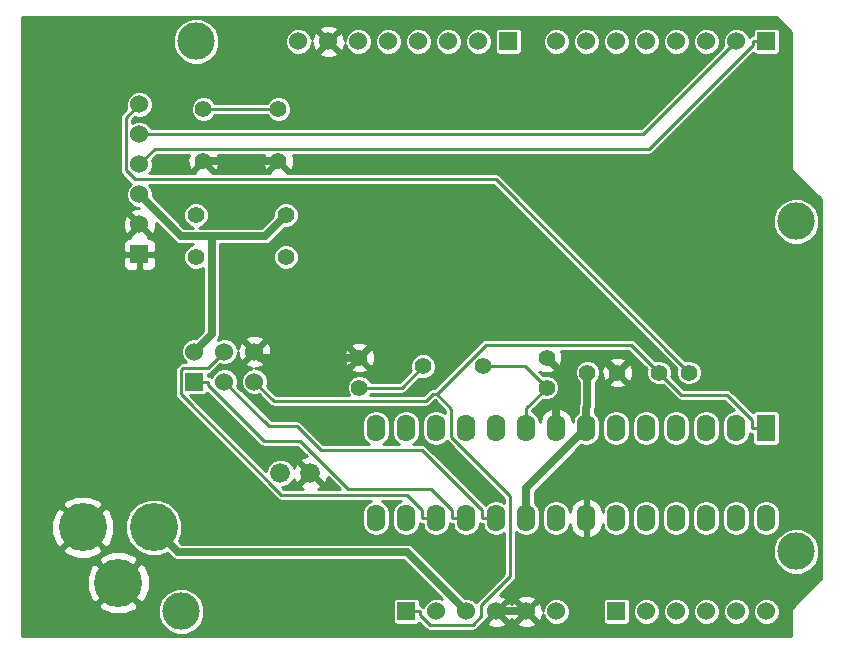
<source format=gtl>
G04 (created by PCBNEW (2013-07-07 BZR 4022)-stable) date 8/31/2013 11:23:59 AM*
%MOIN*%
G04 Gerber Fmt 3.4, Leading zero omitted, Abs format*
%FSLAX34Y34*%
G01*
G70*
G90*
G04 APERTURE LIST*
%ADD10C,0.00590551*%
%ADD11R,0.06X0.06*%
%ADD12C,0.06*%
%ADD13C,0.055*%
%ADD14C,0.066*%
%ADD15O,0.062X0.09*%
%ADD16R,0.062X0.09*%
%ADD17C,0.16*%
%ADD18C,0.125*%
%ADD19C,0.056*%
%ADD20C,0.01*%
%ADD21C,0.026*%
G04 APERTURE END LIST*
G54D10*
G54D11*
X89319Y-41579D03*
G54D12*
X88319Y-41579D03*
X87319Y-41579D03*
X86319Y-41579D03*
X85319Y-41579D03*
X84319Y-41579D03*
X83319Y-41579D03*
X82319Y-41579D03*
G54D11*
X80719Y-41579D03*
G54D12*
X79719Y-41579D03*
X78719Y-41579D03*
X77719Y-41579D03*
X76719Y-41579D03*
X75719Y-41579D03*
X74719Y-41579D03*
X73719Y-41579D03*
G54D11*
X84319Y-60579D03*
G54D12*
X85319Y-60579D03*
X86319Y-60579D03*
X87319Y-60579D03*
X88319Y-60579D03*
X89319Y-60579D03*
G54D11*
X68419Y-48679D03*
G54D12*
X68419Y-47679D03*
X68419Y-46679D03*
X68419Y-45679D03*
X68419Y-44679D03*
X68419Y-43679D03*
G54D11*
X77319Y-60579D03*
G54D12*
X78319Y-60579D03*
X79319Y-60579D03*
X80319Y-60579D03*
X81319Y-60579D03*
X82319Y-60579D03*
G54D13*
X70309Y-47370D03*
X73309Y-47370D03*
X70309Y-48770D03*
X73309Y-48770D03*
G54D11*
X70259Y-52920D03*
G54D12*
X70259Y-51920D03*
X71259Y-52920D03*
X71259Y-51920D03*
X72259Y-52920D03*
X72259Y-51920D03*
G54D14*
X73129Y-55970D03*
X74129Y-55970D03*
G54D15*
X88319Y-54470D03*
X87319Y-54470D03*
X86319Y-54470D03*
X85319Y-54470D03*
X84319Y-54470D03*
X83319Y-54470D03*
X82319Y-54470D03*
X81319Y-54470D03*
X80319Y-54470D03*
X79319Y-54470D03*
X78319Y-54470D03*
X77319Y-54470D03*
X76319Y-54470D03*
G54D16*
X89319Y-54470D03*
G54D15*
X76319Y-57470D03*
X77319Y-57470D03*
X78319Y-57470D03*
X79319Y-57470D03*
X80319Y-57470D03*
X81319Y-57470D03*
X82319Y-57470D03*
X83319Y-57470D03*
X84319Y-57470D03*
X85319Y-57470D03*
X86319Y-57470D03*
X87319Y-57470D03*
X88319Y-57470D03*
X89319Y-57470D03*
G54D13*
X82000Y-52120D03*
X82000Y-53120D03*
X75759Y-52120D03*
X75759Y-53120D03*
X83359Y-52620D03*
X84359Y-52620D03*
X85739Y-52620D03*
X86739Y-52620D03*
G54D17*
X68899Y-57779D03*
X66539Y-57779D03*
X67719Y-59629D03*
G54D18*
X70320Y-41579D03*
X69819Y-60579D03*
X90319Y-47579D03*
X90319Y-58579D03*
G54D13*
X73059Y-43840D03*
X73059Y-45580D03*
X70559Y-43840D03*
X70559Y-45580D03*
G54D19*
X79879Y-52410D03*
X77879Y-52410D03*
G54D20*
X81290Y-52410D02*
X82000Y-53120D01*
X79879Y-52410D02*
X81290Y-52410D01*
X81319Y-53800D02*
X81319Y-54470D01*
X82000Y-53120D02*
X81319Y-53800D01*
X77170Y-53120D02*
X75759Y-53120D01*
X77879Y-52410D02*
X77170Y-53120D01*
X70710Y-52469D02*
X71259Y-51920D01*
X69886Y-52469D02*
X70710Y-52469D01*
X69809Y-52547D02*
X69886Y-52469D01*
X69809Y-53346D02*
X69809Y-52547D01*
X73159Y-56696D02*
X69809Y-53346D01*
X77344Y-56696D02*
X73159Y-56696D01*
X77859Y-57211D02*
X77344Y-56696D01*
X77859Y-57470D02*
X77859Y-57211D01*
X78319Y-57470D02*
X77859Y-57470D01*
X70709Y-53032D02*
X70709Y-52920D01*
X72570Y-54892D02*
X70709Y-53032D01*
X73778Y-54892D02*
X72570Y-54892D01*
X75382Y-56496D02*
X73778Y-54892D01*
X78144Y-56496D02*
X75382Y-56496D01*
X78859Y-57211D02*
X78144Y-56496D01*
X78859Y-57470D02*
X78859Y-57211D01*
X79319Y-57470D02*
X78859Y-57470D01*
X70259Y-52920D02*
X70709Y-52920D01*
X80319Y-57470D02*
X79859Y-57470D01*
X72755Y-54416D02*
X71259Y-52920D01*
X73684Y-54416D02*
X72755Y-54416D01*
X74475Y-55206D02*
X73684Y-54416D01*
X77855Y-55206D02*
X74475Y-55206D01*
X79859Y-57211D02*
X77855Y-55206D01*
X79859Y-57470D02*
X79859Y-57211D01*
X70559Y-43840D02*
X73059Y-43840D01*
X77319Y-60579D02*
X77769Y-60579D01*
X78336Y-53337D02*
X78336Y-53337D01*
X78198Y-53337D02*
X78336Y-53337D01*
X77971Y-53565D02*
X78198Y-53337D01*
X72904Y-53565D02*
X77971Y-53565D01*
X72259Y-52920D02*
X72904Y-53565D01*
X77769Y-60692D02*
X77769Y-60579D01*
X78107Y-61030D02*
X77769Y-60692D01*
X79535Y-61030D02*
X78107Y-61030D01*
X79819Y-60745D02*
X79535Y-61030D01*
X79819Y-60379D02*
X79819Y-60745D01*
X80790Y-59409D02*
X79819Y-60379D01*
X80790Y-56745D02*
X80790Y-59409D01*
X78819Y-54775D02*
X80790Y-56745D01*
X78819Y-53820D02*
X78819Y-54775D01*
X78336Y-53337D02*
X78819Y-53820D01*
X84807Y-51688D02*
X85739Y-52620D01*
X79986Y-51688D02*
X84807Y-51688D01*
X78336Y-53337D02*
X79986Y-51688D01*
X86482Y-53362D02*
X85739Y-52620D01*
X88010Y-53362D02*
X86482Y-53362D01*
X88859Y-54211D02*
X88010Y-53362D01*
X88859Y-54470D02*
X88859Y-54211D01*
X89319Y-54470D02*
X88859Y-54470D01*
X88869Y-41692D02*
X88869Y-41579D01*
X85406Y-45155D02*
X88869Y-41692D01*
X68944Y-45155D02*
X85406Y-45155D01*
X68419Y-45679D02*
X68944Y-45155D01*
X89319Y-41579D02*
X88869Y-41579D01*
X85219Y-44679D02*
X68419Y-44679D01*
X88319Y-41579D02*
X85219Y-44679D01*
G54D21*
X69719Y-58599D02*
X68899Y-57779D01*
X77339Y-58599D02*
X69719Y-58599D01*
X79319Y-60579D02*
X77339Y-58599D01*
X70833Y-51346D02*
X70833Y-48070D01*
X70259Y-51920D02*
X70833Y-51346D01*
X72609Y-48070D02*
X70833Y-48070D01*
X73309Y-47370D02*
X72609Y-48070D01*
X69809Y-48070D02*
X68419Y-46679D01*
X70833Y-48070D02*
X69809Y-48070D01*
X81319Y-56470D02*
X83319Y-54470D01*
X81319Y-57470D02*
X81319Y-56470D01*
X83359Y-53749D02*
X83359Y-52620D01*
X83319Y-53789D02*
X83359Y-53749D01*
X83319Y-54470D02*
X83319Y-53789D01*
X70559Y-45580D02*
X73059Y-45580D01*
X72459Y-52120D02*
X72259Y-51920D01*
X75759Y-52120D02*
X72459Y-52120D01*
X81319Y-60579D02*
X80319Y-60579D01*
X82319Y-54470D02*
X82319Y-53789D01*
X83062Y-52094D02*
X82518Y-52638D01*
X83834Y-52094D02*
X83062Y-52094D01*
X84359Y-52620D02*
X83834Y-52094D01*
X82518Y-53591D02*
X82518Y-52638D01*
X82319Y-53789D02*
X82518Y-53591D01*
X82518Y-52638D02*
X82000Y-52120D01*
G54D20*
X67965Y-44134D02*
X68419Y-43679D01*
X67965Y-45874D02*
X67965Y-44134D01*
X68270Y-46179D02*
X67965Y-45874D01*
X80299Y-46179D02*
X68270Y-46179D01*
X86739Y-52620D02*
X80299Y-46179D01*
G54D10*
G36*
X75099Y-56496D02*
X74386Y-56496D01*
X74435Y-56476D01*
X74466Y-56377D01*
X74129Y-56040D01*
X73792Y-56377D01*
X73824Y-56476D01*
X73880Y-56496D01*
X73242Y-56496D01*
X73196Y-56450D01*
X73224Y-56450D01*
X73401Y-56377D01*
X73536Y-56242D01*
X73573Y-56153D01*
X73623Y-56275D01*
X73722Y-56307D01*
X74059Y-55970D01*
X73722Y-55633D01*
X73623Y-55664D01*
X73576Y-55794D01*
X73537Y-55698D01*
X73402Y-55563D01*
X73225Y-55490D01*
X73034Y-55489D01*
X72858Y-55562D01*
X72723Y-55697D01*
X72650Y-55874D01*
X72649Y-55904D01*
X70116Y-53370D01*
X70589Y-53370D01*
X70644Y-53347D01*
X70686Y-53305D01*
X70690Y-53296D01*
X72428Y-55034D01*
X72493Y-55077D01*
X72493Y-55077D01*
X72506Y-55080D01*
X72570Y-55092D01*
X73695Y-55092D01*
X73998Y-55395D01*
X73988Y-55395D01*
X73824Y-55463D01*
X73792Y-55562D01*
X74129Y-55899D01*
X74135Y-55893D01*
X74206Y-55964D01*
X74200Y-55970D01*
X74537Y-56307D01*
X74636Y-56275D01*
X74700Y-56097D01*
X75099Y-56496D01*
X75099Y-56496D01*
G37*
G54D20*
X75099Y-56496D02*
X74386Y-56496D01*
X74435Y-56476D01*
X74466Y-56377D01*
X74129Y-56040D01*
X73792Y-56377D01*
X73824Y-56476D01*
X73880Y-56496D01*
X73242Y-56496D01*
X73196Y-56450D01*
X73224Y-56450D01*
X73401Y-56377D01*
X73536Y-56242D01*
X73573Y-56153D01*
X73623Y-56275D01*
X73722Y-56307D01*
X74059Y-55970D01*
X73722Y-55633D01*
X73623Y-55664D01*
X73576Y-55794D01*
X73537Y-55698D01*
X73402Y-55563D01*
X73225Y-55490D01*
X73034Y-55489D01*
X72858Y-55562D01*
X72723Y-55697D01*
X72650Y-55874D01*
X72649Y-55904D01*
X70116Y-53370D01*
X70589Y-53370D01*
X70644Y-53347D01*
X70686Y-53305D01*
X70690Y-53296D01*
X72428Y-55034D01*
X72493Y-55077D01*
X72493Y-55077D01*
X72506Y-55080D01*
X72570Y-55092D01*
X73695Y-55092D01*
X73998Y-55395D01*
X73988Y-55395D01*
X73824Y-55463D01*
X73792Y-55562D01*
X74129Y-55899D01*
X74135Y-55893D01*
X74206Y-55964D01*
X74200Y-55970D01*
X74537Y-56307D01*
X74636Y-56275D01*
X74700Y-56097D01*
X75099Y-56496D01*
G54D10*
G36*
X91140Y-59489D02*
X91094Y-59535D01*
X91094Y-58426D01*
X91094Y-47426D01*
X90977Y-47141D01*
X90759Y-46923D01*
X90474Y-46805D01*
X90166Y-46804D01*
X89881Y-46922D01*
X89663Y-47140D01*
X89544Y-47425D01*
X89544Y-47733D01*
X89662Y-48018D01*
X89880Y-48236D01*
X90164Y-48354D01*
X90473Y-48355D01*
X90758Y-48237D01*
X90976Y-48019D01*
X91094Y-47734D01*
X91094Y-47426D01*
X91094Y-58426D01*
X90977Y-58141D01*
X90759Y-57923D01*
X90474Y-57805D01*
X90166Y-57804D01*
X89881Y-57922D01*
X89779Y-58023D01*
X89779Y-54890D01*
X89779Y-53990D01*
X89756Y-53935D01*
X89714Y-53892D01*
X89659Y-53870D01*
X89599Y-53870D01*
X88979Y-53870D01*
X88924Y-53892D01*
X88882Y-53934D01*
X88877Y-53946D01*
X88152Y-53220D01*
X88087Y-53177D01*
X88010Y-53162D01*
X86564Y-53162D01*
X86147Y-52745D01*
X86164Y-52704D01*
X86164Y-52535D01*
X86100Y-52379D01*
X85980Y-52259D01*
X85824Y-52195D01*
X85655Y-52195D01*
X85614Y-52211D01*
X84949Y-51546D01*
X84884Y-51503D01*
X84807Y-51488D01*
X79986Y-51488D01*
X79909Y-51503D01*
X79888Y-51517D01*
X79844Y-51546D01*
X78253Y-53137D01*
X78198Y-53137D01*
X78134Y-53150D01*
X78122Y-53153D01*
X78057Y-53196D01*
X77888Y-53365D01*
X76116Y-53365D01*
X76119Y-53361D01*
X76136Y-53320D01*
X77170Y-53320D01*
X77246Y-53304D01*
X77311Y-53261D01*
X77750Y-52822D01*
X77794Y-52840D01*
X77965Y-52840D01*
X78123Y-52774D01*
X78244Y-52654D01*
X78309Y-52496D01*
X78309Y-52325D01*
X78244Y-52166D01*
X78123Y-52045D01*
X77965Y-51980D01*
X77794Y-51980D01*
X77636Y-52045D01*
X77515Y-52166D01*
X77449Y-52324D01*
X77449Y-52495D01*
X77467Y-52539D01*
X77087Y-52920D01*
X76289Y-52920D01*
X76289Y-52195D01*
X76278Y-51987D01*
X76220Y-51847D01*
X76127Y-51822D01*
X76056Y-51893D01*
X76056Y-51752D01*
X76032Y-51659D01*
X75835Y-51590D01*
X75627Y-51601D01*
X75487Y-51659D01*
X75462Y-51752D01*
X75759Y-52049D01*
X76056Y-51752D01*
X76056Y-51893D01*
X75830Y-52120D01*
X76127Y-52417D01*
X76220Y-52392D01*
X76289Y-52195D01*
X76289Y-52920D01*
X76137Y-52920D01*
X76120Y-52879D01*
X76056Y-52816D01*
X76056Y-52487D01*
X75759Y-52190D01*
X75689Y-52261D01*
X75689Y-52120D01*
X75392Y-51822D01*
X75299Y-51847D01*
X75229Y-52044D01*
X75241Y-52252D01*
X75299Y-52392D01*
X75392Y-52417D01*
X75689Y-52120D01*
X75689Y-52261D01*
X75462Y-52487D01*
X75487Y-52580D01*
X75684Y-52649D01*
X75892Y-52638D01*
X76032Y-52580D01*
X76056Y-52487D01*
X76056Y-52816D01*
X76000Y-52759D01*
X75844Y-52695D01*
X75675Y-52695D01*
X75519Y-52759D01*
X75399Y-52879D01*
X75334Y-53035D01*
X75334Y-53204D01*
X75399Y-53360D01*
X75403Y-53365D01*
X73734Y-53365D01*
X73734Y-48685D01*
X73670Y-48529D01*
X73550Y-48409D01*
X73394Y-48345D01*
X73225Y-48345D01*
X73069Y-48409D01*
X72949Y-48529D01*
X72884Y-48685D01*
X72884Y-48854D01*
X72949Y-49010D01*
X73068Y-49130D01*
X73224Y-49195D01*
X73394Y-49195D01*
X73550Y-49130D01*
X73669Y-49011D01*
X73734Y-48854D01*
X73734Y-48685D01*
X73734Y-53365D01*
X72987Y-53365D01*
X72814Y-53192D01*
X72814Y-52001D01*
X72803Y-51783D01*
X72741Y-51632D01*
X72645Y-51604D01*
X72575Y-51675D01*
X72575Y-51534D01*
X72547Y-51438D01*
X72341Y-51365D01*
X72123Y-51376D01*
X71971Y-51438D01*
X71944Y-51534D01*
X72259Y-51849D01*
X72575Y-51534D01*
X72575Y-51675D01*
X72330Y-51920D01*
X72645Y-52235D01*
X72741Y-52207D01*
X72814Y-52001D01*
X72814Y-53192D01*
X72687Y-53064D01*
X72709Y-53009D01*
X72709Y-52830D01*
X72641Y-52665D01*
X72515Y-52538D01*
X72349Y-52470D01*
X72273Y-52470D01*
X72396Y-52463D01*
X72547Y-52401D01*
X72575Y-52305D01*
X72259Y-51990D01*
X71944Y-52305D01*
X71971Y-52401D01*
X72167Y-52471D01*
X72005Y-52538D01*
X71878Y-52664D01*
X71809Y-52830D01*
X71809Y-53009D01*
X71878Y-53174D01*
X72004Y-53301D01*
X72169Y-53370D01*
X72348Y-53370D01*
X72404Y-53347D01*
X72763Y-53706D01*
X72828Y-53749D01*
X72828Y-53749D01*
X72840Y-53752D01*
X72904Y-53765D01*
X77971Y-53765D01*
X78048Y-53749D01*
X78113Y-53706D01*
X78267Y-53551D01*
X78619Y-53903D01*
X78619Y-53976D01*
X78495Y-53893D01*
X78319Y-53858D01*
X78143Y-53893D01*
X77994Y-53993D01*
X77894Y-54142D01*
X77859Y-54318D01*
X77859Y-54621D01*
X77894Y-54797D01*
X77994Y-54947D01*
X78143Y-55046D01*
X78319Y-55081D01*
X78495Y-55046D01*
X78644Y-54947D01*
X78671Y-54906D01*
X78678Y-54916D01*
X80590Y-56828D01*
X80590Y-56956D01*
X80495Y-56893D01*
X80319Y-56858D01*
X80143Y-56893D01*
X79994Y-56993D01*
X79966Y-57035D01*
X77996Y-55065D01*
X77931Y-55022D01*
X77855Y-55006D01*
X77555Y-55006D01*
X77644Y-54947D01*
X77744Y-54797D01*
X77779Y-54621D01*
X77779Y-54318D01*
X77744Y-54142D01*
X77644Y-53993D01*
X77495Y-53893D01*
X77319Y-53858D01*
X77143Y-53893D01*
X76994Y-53993D01*
X76894Y-54142D01*
X76859Y-54318D01*
X76859Y-54621D01*
X76894Y-54797D01*
X76994Y-54947D01*
X77083Y-55006D01*
X76555Y-55006D01*
X76644Y-54947D01*
X76744Y-54797D01*
X76779Y-54621D01*
X76779Y-54318D01*
X76744Y-54142D01*
X76644Y-53993D01*
X76495Y-53893D01*
X76319Y-53858D01*
X76143Y-53893D01*
X75994Y-53993D01*
X75894Y-54142D01*
X75859Y-54318D01*
X75859Y-54621D01*
X75894Y-54797D01*
X75994Y-54947D01*
X76083Y-55006D01*
X74558Y-55006D01*
X73826Y-54274D01*
X73761Y-54231D01*
X73684Y-54216D01*
X72838Y-54216D01*
X71687Y-53064D01*
X71709Y-53009D01*
X71709Y-52830D01*
X71641Y-52665D01*
X71515Y-52538D01*
X71349Y-52470D01*
X71170Y-52470D01*
X71005Y-52538D01*
X70878Y-52664D01*
X70835Y-52768D01*
X70786Y-52735D01*
X70709Y-52720D01*
X70709Y-52720D01*
X70709Y-52669D01*
X70710Y-52669D01*
X70786Y-52654D01*
X70851Y-52611D01*
X71115Y-52347D01*
X71169Y-52370D01*
X71348Y-52370D01*
X71514Y-52301D01*
X71641Y-52175D01*
X71709Y-52009D01*
X71709Y-51933D01*
X71716Y-52056D01*
X71778Y-52207D01*
X71873Y-52235D01*
X72189Y-51920D01*
X71873Y-51604D01*
X71778Y-51632D01*
X71708Y-51828D01*
X71641Y-51665D01*
X71515Y-51538D01*
X71349Y-51470D01*
X71170Y-51470D01*
X71047Y-51521D01*
X71072Y-51483D01*
X71092Y-51453D01*
X71092Y-51453D01*
X71113Y-51346D01*
X71113Y-51346D01*
X71113Y-48350D01*
X72609Y-48350D01*
X72716Y-48328D01*
X72716Y-48328D01*
X72807Y-48268D01*
X73280Y-47795D01*
X73394Y-47795D01*
X73550Y-47730D01*
X73669Y-47611D01*
X73734Y-47454D01*
X73734Y-47285D01*
X73670Y-47129D01*
X73550Y-47009D01*
X73394Y-46945D01*
X73225Y-46945D01*
X73069Y-47009D01*
X72949Y-47129D01*
X72884Y-47285D01*
X72884Y-47399D01*
X72493Y-47790D01*
X70833Y-47790D01*
X70406Y-47790D01*
X70550Y-47730D01*
X70669Y-47611D01*
X70734Y-47454D01*
X70734Y-47285D01*
X70670Y-47129D01*
X70550Y-47009D01*
X70394Y-46945D01*
X70225Y-46945D01*
X70069Y-47009D01*
X69949Y-47129D01*
X69884Y-47285D01*
X69884Y-47454D01*
X69949Y-47610D01*
X70068Y-47730D01*
X70213Y-47790D01*
X69925Y-47790D01*
X68869Y-46733D01*
X68869Y-46590D01*
X68801Y-46425D01*
X68756Y-46379D01*
X80216Y-46379D01*
X86331Y-52494D01*
X86314Y-52535D01*
X86314Y-52704D01*
X86379Y-52860D01*
X86498Y-52980D01*
X86654Y-53045D01*
X86823Y-53045D01*
X86980Y-52980D01*
X87099Y-52861D01*
X87164Y-52704D01*
X87164Y-52535D01*
X87100Y-52379D01*
X86980Y-52259D01*
X86824Y-52195D01*
X86655Y-52195D01*
X86614Y-52211D01*
X80441Y-46038D01*
X80376Y-45995D01*
X80299Y-45979D01*
X73348Y-45979D01*
X73356Y-45948D01*
X73059Y-45650D01*
X72762Y-45948D01*
X72771Y-45979D01*
X70848Y-45979D01*
X70856Y-45948D01*
X70559Y-45650D01*
X70262Y-45948D01*
X70271Y-45979D01*
X68756Y-45979D01*
X68800Y-45935D01*
X68869Y-45769D01*
X68869Y-45590D01*
X68846Y-45535D01*
X69027Y-45355D01*
X70082Y-45355D01*
X70029Y-45504D01*
X70041Y-45712D01*
X70099Y-45853D01*
X70192Y-45877D01*
X70489Y-45580D01*
X70483Y-45574D01*
X70554Y-45503D01*
X70559Y-45509D01*
X70565Y-45503D01*
X70636Y-45574D01*
X70630Y-45580D01*
X70927Y-45877D01*
X71020Y-45853D01*
X71089Y-45656D01*
X71078Y-45447D01*
X71040Y-45355D01*
X72582Y-45355D01*
X72529Y-45504D01*
X72541Y-45712D01*
X72599Y-45853D01*
X72692Y-45877D01*
X72989Y-45580D01*
X72983Y-45574D01*
X73054Y-45503D01*
X73059Y-45509D01*
X73065Y-45503D01*
X73136Y-45574D01*
X73130Y-45580D01*
X73427Y-45877D01*
X73520Y-45853D01*
X73589Y-45656D01*
X73578Y-45447D01*
X73540Y-45355D01*
X85406Y-45355D01*
X85483Y-45339D01*
X85548Y-45296D01*
X88888Y-41956D01*
X88892Y-41964D01*
X88934Y-42007D01*
X88989Y-42029D01*
X89049Y-42029D01*
X89649Y-42029D01*
X89704Y-42007D01*
X89746Y-41965D01*
X89769Y-41909D01*
X89769Y-41850D01*
X89769Y-41250D01*
X89746Y-41195D01*
X89704Y-41152D01*
X89649Y-41129D01*
X89589Y-41129D01*
X88989Y-41129D01*
X88934Y-41152D01*
X88892Y-41194D01*
X88869Y-41249D01*
X88869Y-41309D01*
X88869Y-41379D01*
X88869Y-41379D01*
X88793Y-41395D01*
X88743Y-41428D01*
X88701Y-41325D01*
X88574Y-41198D01*
X88409Y-41130D01*
X88230Y-41129D01*
X88065Y-41198D01*
X87938Y-41324D01*
X87869Y-41490D01*
X87869Y-41669D01*
X87892Y-41724D01*
X87769Y-41847D01*
X87769Y-41490D01*
X87701Y-41325D01*
X87574Y-41198D01*
X87409Y-41130D01*
X87230Y-41129D01*
X87065Y-41198D01*
X86938Y-41324D01*
X86869Y-41490D01*
X86869Y-41669D01*
X86937Y-41834D01*
X87064Y-41961D01*
X87229Y-42029D01*
X87408Y-42029D01*
X87574Y-41961D01*
X87700Y-41835D01*
X87769Y-41669D01*
X87769Y-41490D01*
X87769Y-41847D01*
X86769Y-42847D01*
X86769Y-41490D01*
X86701Y-41325D01*
X86574Y-41198D01*
X86409Y-41130D01*
X86230Y-41129D01*
X86065Y-41198D01*
X85938Y-41324D01*
X85869Y-41490D01*
X85869Y-41669D01*
X85937Y-41834D01*
X86064Y-41961D01*
X86229Y-42029D01*
X86408Y-42029D01*
X86574Y-41961D01*
X86700Y-41835D01*
X86769Y-41669D01*
X86769Y-41490D01*
X86769Y-42847D01*
X85769Y-43847D01*
X85769Y-41490D01*
X85701Y-41325D01*
X85574Y-41198D01*
X85409Y-41130D01*
X85230Y-41129D01*
X85065Y-41198D01*
X84938Y-41324D01*
X84869Y-41490D01*
X84869Y-41669D01*
X84937Y-41834D01*
X85064Y-41961D01*
X85229Y-42029D01*
X85408Y-42029D01*
X85574Y-41961D01*
X85700Y-41835D01*
X85769Y-41669D01*
X85769Y-41490D01*
X85769Y-43847D01*
X85136Y-44479D01*
X84769Y-44479D01*
X84769Y-41490D01*
X84701Y-41325D01*
X84574Y-41198D01*
X84409Y-41130D01*
X84230Y-41129D01*
X84065Y-41198D01*
X83938Y-41324D01*
X83869Y-41490D01*
X83869Y-41669D01*
X83937Y-41834D01*
X84064Y-41961D01*
X84229Y-42029D01*
X84408Y-42029D01*
X84574Y-41961D01*
X84700Y-41835D01*
X84769Y-41669D01*
X84769Y-41490D01*
X84769Y-44479D01*
X83769Y-44479D01*
X83769Y-41490D01*
X83701Y-41325D01*
X83574Y-41198D01*
X83409Y-41130D01*
X83230Y-41129D01*
X83065Y-41198D01*
X82938Y-41324D01*
X82869Y-41490D01*
X82869Y-41669D01*
X82937Y-41834D01*
X83064Y-41961D01*
X83229Y-42029D01*
X83408Y-42029D01*
X83574Y-41961D01*
X83700Y-41835D01*
X83769Y-41669D01*
X83769Y-41490D01*
X83769Y-44479D01*
X82769Y-44479D01*
X82769Y-41490D01*
X82701Y-41325D01*
X82574Y-41198D01*
X82409Y-41130D01*
X82230Y-41129D01*
X82065Y-41198D01*
X81938Y-41324D01*
X81869Y-41490D01*
X81869Y-41669D01*
X81937Y-41834D01*
X82064Y-41961D01*
X82229Y-42029D01*
X82408Y-42029D01*
X82574Y-41961D01*
X82700Y-41835D01*
X82769Y-41669D01*
X82769Y-41490D01*
X82769Y-44479D01*
X81169Y-44479D01*
X81169Y-41850D01*
X81169Y-41250D01*
X81146Y-41195D01*
X81104Y-41152D01*
X81049Y-41129D01*
X80989Y-41129D01*
X80389Y-41129D01*
X80334Y-41152D01*
X80292Y-41194D01*
X80269Y-41249D01*
X80269Y-41309D01*
X80269Y-41909D01*
X80292Y-41964D01*
X80334Y-42007D01*
X80389Y-42029D01*
X80449Y-42029D01*
X81049Y-42029D01*
X81104Y-42007D01*
X81146Y-41965D01*
X81169Y-41909D01*
X81169Y-41850D01*
X81169Y-44479D01*
X80169Y-44479D01*
X80169Y-41490D01*
X80101Y-41325D01*
X79974Y-41198D01*
X79809Y-41130D01*
X79630Y-41129D01*
X79465Y-41198D01*
X79338Y-41324D01*
X79269Y-41490D01*
X79269Y-41669D01*
X79337Y-41834D01*
X79464Y-41961D01*
X79629Y-42029D01*
X79808Y-42029D01*
X79974Y-41961D01*
X80100Y-41835D01*
X80169Y-41669D01*
X80169Y-41490D01*
X80169Y-44479D01*
X79169Y-44479D01*
X79169Y-41490D01*
X79101Y-41325D01*
X78974Y-41198D01*
X78809Y-41130D01*
X78630Y-41129D01*
X78465Y-41198D01*
X78338Y-41324D01*
X78269Y-41490D01*
X78269Y-41669D01*
X78337Y-41834D01*
X78464Y-41961D01*
X78629Y-42029D01*
X78808Y-42029D01*
X78974Y-41961D01*
X79100Y-41835D01*
X79169Y-41669D01*
X79169Y-41490D01*
X79169Y-44479D01*
X78169Y-44479D01*
X78169Y-41490D01*
X78101Y-41325D01*
X77974Y-41198D01*
X77809Y-41130D01*
X77630Y-41129D01*
X77465Y-41198D01*
X77338Y-41324D01*
X77269Y-41490D01*
X77269Y-41669D01*
X77337Y-41834D01*
X77464Y-41961D01*
X77629Y-42029D01*
X77808Y-42029D01*
X77974Y-41961D01*
X78100Y-41835D01*
X78169Y-41669D01*
X78169Y-41490D01*
X78169Y-44479D01*
X77169Y-44479D01*
X77169Y-41490D01*
X77101Y-41325D01*
X76974Y-41198D01*
X76809Y-41130D01*
X76630Y-41129D01*
X76465Y-41198D01*
X76338Y-41324D01*
X76269Y-41490D01*
X76269Y-41669D01*
X76337Y-41834D01*
X76464Y-41961D01*
X76629Y-42029D01*
X76808Y-42029D01*
X76974Y-41961D01*
X77100Y-41835D01*
X77169Y-41669D01*
X77169Y-41490D01*
X77169Y-44479D01*
X76169Y-44479D01*
X76169Y-41490D01*
X76101Y-41325D01*
X75974Y-41198D01*
X75809Y-41130D01*
X75630Y-41129D01*
X75465Y-41198D01*
X75338Y-41324D01*
X75269Y-41490D01*
X75269Y-41566D01*
X75263Y-41443D01*
X75200Y-41292D01*
X75105Y-41264D01*
X75034Y-41335D01*
X75034Y-41194D01*
X75007Y-41098D01*
X74801Y-41025D01*
X74582Y-41036D01*
X74431Y-41098D01*
X74404Y-41194D01*
X74719Y-41509D01*
X75034Y-41194D01*
X75034Y-41335D01*
X74790Y-41579D01*
X75105Y-41895D01*
X75200Y-41867D01*
X75270Y-41671D01*
X75337Y-41834D01*
X75464Y-41961D01*
X75629Y-42029D01*
X75808Y-42029D01*
X75974Y-41961D01*
X76100Y-41835D01*
X76169Y-41669D01*
X76169Y-41490D01*
X76169Y-44479D01*
X75034Y-44479D01*
X75034Y-41965D01*
X74719Y-41650D01*
X74648Y-41721D01*
X74648Y-41579D01*
X74333Y-41264D01*
X74238Y-41292D01*
X74168Y-41487D01*
X74101Y-41325D01*
X73974Y-41198D01*
X73809Y-41130D01*
X73630Y-41129D01*
X73465Y-41198D01*
X73338Y-41324D01*
X73269Y-41490D01*
X73269Y-41669D01*
X73337Y-41834D01*
X73464Y-41961D01*
X73629Y-42029D01*
X73808Y-42029D01*
X73974Y-41961D01*
X74100Y-41835D01*
X74169Y-41669D01*
X74169Y-41593D01*
X74175Y-41716D01*
X74238Y-41867D01*
X74333Y-41895D01*
X74648Y-41579D01*
X74648Y-41721D01*
X74404Y-41965D01*
X74431Y-42061D01*
X74637Y-42134D01*
X74856Y-42123D01*
X75007Y-42061D01*
X75034Y-41965D01*
X75034Y-44479D01*
X73484Y-44479D01*
X73484Y-43756D01*
X73420Y-43599D01*
X73300Y-43480D01*
X73144Y-43415D01*
X72975Y-43415D01*
X72819Y-43479D01*
X72699Y-43599D01*
X72682Y-43640D01*
X71095Y-43640D01*
X71095Y-41426D01*
X70977Y-41141D01*
X70759Y-40923D01*
X70474Y-40805D01*
X70166Y-40804D01*
X69881Y-40922D01*
X69663Y-41140D01*
X69545Y-41425D01*
X69544Y-41733D01*
X69662Y-42018D01*
X69880Y-42236D01*
X70165Y-42354D01*
X70473Y-42355D01*
X70758Y-42237D01*
X70976Y-42019D01*
X71094Y-41734D01*
X71095Y-41426D01*
X71095Y-43640D01*
X70937Y-43640D01*
X70920Y-43599D01*
X70800Y-43480D01*
X70644Y-43415D01*
X70475Y-43415D01*
X70319Y-43479D01*
X70199Y-43599D01*
X70134Y-43755D01*
X70134Y-43924D01*
X70199Y-44080D01*
X70318Y-44200D01*
X70474Y-44265D01*
X70644Y-44265D01*
X70800Y-44200D01*
X70919Y-44081D01*
X70936Y-44040D01*
X72682Y-44040D01*
X72699Y-44080D01*
X72818Y-44200D01*
X72974Y-44265D01*
X73144Y-44265D01*
X73300Y-44200D01*
X73419Y-44081D01*
X73484Y-43925D01*
X73484Y-43756D01*
X73484Y-44479D01*
X68823Y-44479D01*
X68801Y-44425D01*
X68674Y-44298D01*
X68509Y-44230D01*
X68330Y-44229D01*
X68165Y-44298D01*
X68165Y-44217D01*
X68275Y-44107D01*
X68329Y-44129D01*
X68508Y-44129D01*
X68674Y-44061D01*
X68800Y-43935D01*
X68869Y-43769D01*
X68869Y-43590D01*
X68801Y-43425D01*
X68674Y-43298D01*
X68509Y-43230D01*
X68330Y-43229D01*
X68165Y-43298D01*
X68038Y-43424D01*
X67969Y-43590D01*
X67969Y-43769D01*
X67992Y-43824D01*
X67823Y-43992D01*
X67780Y-44057D01*
X67765Y-44134D01*
X67765Y-45874D01*
X67780Y-45951D01*
X67823Y-46016D01*
X68129Y-46321D01*
X68129Y-46321D01*
X68136Y-46326D01*
X68038Y-46424D01*
X67969Y-46590D01*
X67969Y-46769D01*
X68037Y-46934D01*
X68164Y-47061D01*
X68329Y-47129D01*
X68406Y-47129D01*
X68282Y-47136D01*
X68131Y-47198D01*
X68104Y-47294D01*
X68419Y-47609D01*
X68425Y-47603D01*
X68495Y-47674D01*
X68490Y-47679D01*
X68805Y-47995D01*
X68900Y-47967D01*
X68974Y-47761D01*
X68967Y-47623D01*
X69611Y-48268D01*
X69702Y-48328D01*
X69702Y-48328D01*
X69720Y-48332D01*
X69809Y-48350D01*
X70213Y-48350D01*
X70069Y-48409D01*
X69949Y-48529D01*
X69884Y-48685D01*
X69884Y-48854D01*
X69949Y-49010D01*
X70068Y-49130D01*
X70224Y-49195D01*
X70394Y-49195D01*
X70550Y-49130D01*
X70553Y-49126D01*
X70553Y-51230D01*
X70313Y-51470D01*
X70170Y-51470D01*
X70005Y-51538D01*
X69878Y-51664D01*
X69809Y-51830D01*
X69809Y-52009D01*
X69878Y-52174D01*
X69973Y-52269D01*
X69886Y-52269D01*
X69810Y-52285D01*
X69788Y-52299D01*
X69745Y-52328D01*
X69668Y-52405D01*
X69624Y-52470D01*
X69609Y-52547D01*
X69609Y-53346D01*
X69624Y-53423D01*
X69668Y-53488D01*
X73018Y-56837D01*
X73018Y-56837D01*
X73061Y-56866D01*
X73083Y-56881D01*
X73083Y-56881D01*
X73159Y-56896D01*
X73159Y-56896D01*
X76138Y-56896D01*
X75994Y-56993D01*
X75894Y-57142D01*
X75859Y-57318D01*
X75859Y-57621D01*
X75894Y-57797D01*
X75994Y-57947D01*
X76143Y-58046D01*
X76319Y-58081D01*
X76495Y-58046D01*
X76644Y-57947D01*
X76744Y-57797D01*
X76779Y-57621D01*
X76779Y-57318D01*
X76744Y-57142D01*
X76644Y-56993D01*
X76500Y-56896D01*
X77138Y-56896D01*
X76994Y-56993D01*
X76894Y-57142D01*
X76859Y-57318D01*
X76859Y-57621D01*
X76894Y-57797D01*
X76994Y-57947D01*
X77143Y-58046D01*
X77319Y-58081D01*
X77495Y-58046D01*
X77644Y-57947D01*
X77744Y-57797D01*
X77774Y-57649D01*
X77783Y-57654D01*
X77859Y-57670D01*
X77869Y-57670D01*
X77894Y-57797D01*
X77994Y-57947D01*
X78143Y-58046D01*
X78319Y-58081D01*
X78495Y-58046D01*
X78644Y-57947D01*
X78744Y-57797D01*
X78774Y-57649D01*
X78783Y-57654D01*
X78859Y-57670D01*
X78869Y-57670D01*
X78894Y-57797D01*
X78994Y-57947D01*
X79143Y-58046D01*
X79319Y-58081D01*
X79495Y-58046D01*
X79644Y-57947D01*
X79744Y-57797D01*
X79774Y-57649D01*
X79783Y-57654D01*
X79859Y-57670D01*
X79869Y-57670D01*
X79894Y-57797D01*
X79994Y-57947D01*
X80143Y-58046D01*
X80319Y-58081D01*
X80495Y-58046D01*
X80590Y-57983D01*
X80590Y-59326D01*
X79678Y-60238D01*
X79652Y-60276D01*
X79574Y-60198D01*
X79409Y-60130D01*
X79265Y-60129D01*
X77537Y-58401D01*
X77446Y-58341D01*
X77339Y-58319D01*
X69835Y-58319D01*
X69742Y-58226D01*
X69849Y-57969D01*
X69849Y-57591D01*
X69705Y-57242D01*
X69438Y-56975D01*
X69089Y-56830D01*
X68969Y-56829D01*
X68969Y-49029D01*
X68969Y-48330D01*
X68931Y-48238D01*
X68861Y-48168D01*
X68769Y-48129D01*
X68716Y-48129D01*
X68734Y-48065D01*
X68419Y-47750D01*
X68348Y-47821D01*
X68348Y-47679D01*
X68033Y-47364D01*
X67938Y-47392D01*
X67864Y-47598D01*
X67875Y-47816D01*
X67938Y-47967D01*
X68033Y-47995D01*
X68348Y-47679D01*
X68348Y-47821D01*
X68104Y-48065D01*
X68122Y-48129D01*
X68069Y-48129D01*
X67977Y-48168D01*
X67907Y-48238D01*
X67869Y-48330D01*
X67869Y-48567D01*
X67932Y-48629D01*
X68369Y-48629D01*
X68369Y-48622D01*
X68469Y-48622D01*
X68469Y-48629D01*
X68907Y-48629D01*
X68969Y-48567D01*
X68969Y-48330D01*
X68969Y-49029D01*
X68969Y-48792D01*
X68907Y-48729D01*
X68469Y-48729D01*
X68469Y-49167D01*
X68532Y-49229D01*
X68670Y-49229D01*
X68769Y-49229D01*
X68861Y-49191D01*
X68931Y-49121D01*
X68969Y-49029D01*
X68969Y-56829D01*
X68711Y-56829D01*
X68369Y-56971D01*
X68369Y-49167D01*
X68369Y-48729D01*
X67932Y-48729D01*
X67869Y-48792D01*
X67869Y-49029D01*
X67907Y-49121D01*
X67977Y-49191D01*
X68069Y-49229D01*
X68169Y-49229D01*
X68307Y-49229D01*
X68369Y-49167D01*
X68369Y-56971D01*
X68362Y-56974D01*
X68094Y-57241D01*
X67949Y-57590D01*
X67949Y-57968D01*
X68093Y-58317D01*
X68360Y-58584D01*
X68709Y-58729D01*
X69087Y-58730D01*
X69346Y-58623D01*
X69521Y-58797D01*
X69521Y-58797D01*
X69582Y-58838D01*
X69612Y-58858D01*
X69612Y-58858D01*
X69719Y-58879D01*
X77223Y-58879D01*
X78519Y-60175D01*
X78409Y-60130D01*
X78230Y-60129D01*
X78065Y-60198D01*
X77938Y-60324D01*
X77895Y-60428D01*
X77846Y-60395D01*
X77769Y-60379D01*
X77769Y-60379D01*
X77769Y-60250D01*
X77746Y-60195D01*
X77704Y-60152D01*
X77649Y-60129D01*
X77589Y-60129D01*
X76989Y-60129D01*
X76934Y-60152D01*
X76892Y-60194D01*
X76869Y-60249D01*
X76869Y-60309D01*
X76869Y-60909D01*
X76892Y-60964D01*
X76934Y-61007D01*
X76989Y-61029D01*
X77049Y-61029D01*
X77649Y-61029D01*
X77704Y-61007D01*
X77746Y-60965D01*
X77750Y-60956D01*
X77965Y-61171D01*
X77965Y-61171D01*
X78009Y-61200D01*
X78030Y-61214D01*
X78030Y-61214D01*
X78107Y-61230D01*
X78107Y-61230D01*
X79535Y-61230D01*
X79611Y-61214D01*
X79676Y-61171D01*
X79961Y-60887D01*
X79961Y-60887D01*
X79990Y-60843D01*
X79999Y-60829D01*
X79999Y-60829D01*
X80248Y-60579D01*
X80243Y-60574D01*
X80314Y-60503D01*
X80319Y-60509D01*
X80634Y-60194D01*
X80607Y-60098D01*
X80442Y-60039D01*
X80931Y-59550D01*
X80931Y-59550D01*
X80960Y-59507D01*
X80974Y-59486D01*
X80974Y-59486D01*
X80989Y-59409D01*
X80990Y-59409D01*
X80990Y-57940D01*
X80994Y-57947D01*
X81143Y-58046D01*
X81319Y-58081D01*
X81495Y-58046D01*
X81644Y-57947D01*
X81744Y-57797D01*
X81779Y-57621D01*
X81779Y-57318D01*
X81744Y-57142D01*
X81644Y-56993D01*
X81599Y-56962D01*
X81599Y-56586D01*
X83140Y-55044D01*
X83143Y-55046D01*
X83319Y-55081D01*
X83495Y-55046D01*
X83644Y-54947D01*
X83744Y-54797D01*
X83779Y-54621D01*
X83779Y-54318D01*
X83744Y-54142D01*
X83644Y-53993D01*
X83599Y-53962D01*
X83599Y-53885D01*
X83618Y-53856D01*
X83618Y-53856D01*
X83639Y-53749D01*
X83639Y-53749D01*
X83639Y-52941D01*
X83719Y-52861D01*
X83784Y-52704D01*
X83784Y-52535D01*
X83720Y-52379D01*
X83600Y-52259D01*
X83444Y-52195D01*
X83275Y-52195D01*
X83119Y-52259D01*
X82999Y-52379D01*
X82934Y-52535D01*
X82934Y-52704D01*
X82999Y-52860D01*
X83079Y-52941D01*
X83079Y-53654D01*
X83060Y-53682D01*
X83039Y-53789D01*
X83039Y-53962D01*
X82994Y-53993D01*
X82894Y-54142D01*
X82872Y-54254D01*
X82817Y-54069D01*
X82680Y-53898D01*
X82487Y-53793D01*
X82456Y-53787D01*
X82369Y-53835D01*
X82369Y-54420D01*
X82377Y-54420D01*
X82377Y-54520D01*
X82369Y-54520D01*
X82369Y-54527D01*
X82269Y-54527D01*
X82269Y-54520D01*
X82261Y-54520D01*
X82261Y-54420D01*
X82269Y-54420D01*
X82269Y-53835D01*
X82183Y-53787D01*
X82151Y-53793D01*
X81959Y-53898D01*
X81821Y-54069D01*
X81767Y-54254D01*
X81744Y-54142D01*
X81644Y-53993D01*
X81519Y-53909D01*
X81519Y-53883D01*
X81874Y-53528D01*
X81915Y-53545D01*
X82084Y-53545D01*
X82240Y-53480D01*
X82360Y-53361D01*
X82424Y-53204D01*
X82425Y-53035D01*
X82360Y-52879D01*
X82241Y-52759D01*
X82084Y-52695D01*
X81915Y-52695D01*
X81874Y-52711D01*
X81752Y-52589D01*
X81924Y-52649D01*
X82132Y-52638D01*
X82272Y-52580D01*
X82297Y-52487D01*
X82000Y-52190D01*
X81994Y-52196D01*
X81923Y-52125D01*
X81929Y-52120D01*
X81923Y-52114D01*
X81994Y-52043D01*
X82000Y-52049D01*
X82005Y-52043D01*
X82076Y-52114D01*
X82070Y-52120D01*
X82367Y-52417D01*
X82460Y-52392D01*
X82529Y-52195D01*
X82518Y-51987D01*
X82477Y-51888D01*
X84725Y-51888D01*
X85331Y-52494D01*
X85314Y-52535D01*
X85314Y-52704D01*
X85379Y-52860D01*
X85498Y-52980D01*
X85654Y-53045D01*
X85823Y-53045D01*
X85865Y-53028D01*
X86340Y-53503D01*
X86405Y-53547D01*
X86405Y-53547D01*
X86418Y-53549D01*
X86482Y-53562D01*
X87927Y-53562D01*
X88239Y-53874D01*
X88143Y-53893D01*
X87994Y-53993D01*
X87894Y-54142D01*
X87859Y-54318D01*
X87859Y-54621D01*
X87894Y-54797D01*
X87994Y-54947D01*
X88143Y-55046D01*
X88319Y-55081D01*
X88495Y-55046D01*
X88644Y-54947D01*
X88744Y-54797D01*
X88774Y-54649D01*
X88783Y-54654D01*
X88859Y-54670D01*
X88859Y-54670D01*
X88859Y-54949D01*
X88882Y-55004D01*
X88924Y-55047D01*
X88979Y-55070D01*
X89039Y-55070D01*
X89659Y-55070D01*
X89714Y-55047D01*
X89756Y-55005D01*
X89779Y-54950D01*
X89779Y-54890D01*
X89779Y-58023D01*
X89779Y-58023D01*
X89779Y-57621D01*
X89779Y-57318D01*
X89744Y-57142D01*
X89644Y-56993D01*
X89495Y-56893D01*
X89319Y-56858D01*
X89143Y-56893D01*
X88994Y-56993D01*
X88894Y-57142D01*
X88859Y-57318D01*
X88859Y-57621D01*
X88894Y-57797D01*
X88994Y-57947D01*
X89143Y-58046D01*
X89319Y-58081D01*
X89495Y-58046D01*
X89644Y-57947D01*
X89744Y-57797D01*
X89779Y-57621D01*
X89779Y-58023D01*
X89663Y-58140D01*
X89544Y-58425D01*
X89544Y-58733D01*
X89662Y-59018D01*
X89880Y-59236D01*
X90164Y-59354D01*
X90473Y-59355D01*
X90758Y-59237D01*
X90976Y-59019D01*
X91094Y-58734D01*
X91094Y-58426D01*
X91094Y-59535D01*
X90150Y-60489D01*
X90150Y-60532D01*
X90140Y-60580D01*
X90140Y-61400D01*
X89769Y-61400D01*
X89769Y-60490D01*
X89701Y-60325D01*
X89574Y-60198D01*
X89409Y-60130D01*
X89230Y-60129D01*
X89065Y-60198D01*
X88938Y-60324D01*
X88869Y-60490D01*
X88869Y-60669D01*
X88937Y-60834D01*
X89064Y-60961D01*
X89229Y-61029D01*
X89408Y-61029D01*
X89574Y-60961D01*
X89700Y-60835D01*
X89769Y-60669D01*
X89769Y-60490D01*
X89769Y-61400D01*
X88779Y-61400D01*
X88779Y-57621D01*
X88779Y-57318D01*
X88744Y-57142D01*
X88644Y-56993D01*
X88495Y-56893D01*
X88319Y-56858D01*
X88143Y-56893D01*
X87994Y-56993D01*
X87894Y-57142D01*
X87859Y-57318D01*
X87859Y-57621D01*
X87894Y-57797D01*
X87994Y-57947D01*
X88143Y-58046D01*
X88319Y-58081D01*
X88495Y-58046D01*
X88644Y-57947D01*
X88744Y-57797D01*
X88779Y-57621D01*
X88779Y-61400D01*
X88769Y-61400D01*
X88769Y-60490D01*
X88701Y-60325D01*
X88574Y-60198D01*
X88409Y-60130D01*
X88230Y-60129D01*
X88065Y-60198D01*
X87938Y-60324D01*
X87869Y-60490D01*
X87869Y-60669D01*
X87937Y-60834D01*
X88064Y-60961D01*
X88229Y-61029D01*
X88408Y-61029D01*
X88574Y-60961D01*
X88700Y-60835D01*
X88769Y-60669D01*
X88769Y-60490D01*
X88769Y-61400D01*
X87779Y-61400D01*
X87779Y-57621D01*
X87779Y-57318D01*
X87779Y-54621D01*
X87779Y-54318D01*
X87744Y-54142D01*
X87644Y-53993D01*
X87495Y-53893D01*
X87319Y-53858D01*
X87143Y-53893D01*
X86994Y-53993D01*
X86894Y-54142D01*
X86859Y-54318D01*
X86859Y-54621D01*
X86894Y-54797D01*
X86994Y-54947D01*
X87143Y-55046D01*
X87319Y-55081D01*
X87495Y-55046D01*
X87644Y-54947D01*
X87744Y-54797D01*
X87779Y-54621D01*
X87779Y-57318D01*
X87744Y-57142D01*
X87644Y-56993D01*
X87495Y-56893D01*
X87319Y-56858D01*
X87143Y-56893D01*
X86994Y-56993D01*
X86894Y-57142D01*
X86859Y-57318D01*
X86859Y-57621D01*
X86894Y-57797D01*
X86994Y-57947D01*
X87143Y-58046D01*
X87319Y-58081D01*
X87495Y-58046D01*
X87644Y-57947D01*
X87744Y-57797D01*
X87779Y-57621D01*
X87779Y-61400D01*
X87769Y-61400D01*
X87769Y-60490D01*
X87701Y-60325D01*
X87574Y-60198D01*
X87409Y-60130D01*
X87230Y-60129D01*
X87065Y-60198D01*
X86938Y-60324D01*
X86869Y-60490D01*
X86869Y-60669D01*
X86937Y-60834D01*
X87064Y-60961D01*
X87229Y-61029D01*
X87408Y-61029D01*
X87574Y-60961D01*
X87700Y-60835D01*
X87769Y-60669D01*
X87769Y-60490D01*
X87769Y-61400D01*
X86779Y-61400D01*
X86779Y-57621D01*
X86779Y-57318D01*
X86779Y-54621D01*
X86779Y-54318D01*
X86744Y-54142D01*
X86644Y-53993D01*
X86495Y-53893D01*
X86319Y-53858D01*
X86143Y-53893D01*
X85994Y-53993D01*
X85894Y-54142D01*
X85859Y-54318D01*
X85859Y-54621D01*
X85894Y-54797D01*
X85994Y-54947D01*
X86143Y-55046D01*
X86319Y-55081D01*
X86495Y-55046D01*
X86644Y-54947D01*
X86744Y-54797D01*
X86779Y-54621D01*
X86779Y-57318D01*
X86744Y-57142D01*
X86644Y-56993D01*
X86495Y-56893D01*
X86319Y-56858D01*
X86143Y-56893D01*
X85994Y-56993D01*
X85894Y-57142D01*
X85859Y-57318D01*
X85859Y-57621D01*
X85894Y-57797D01*
X85994Y-57947D01*
X86143Y-58046D01*
X86319Y-58081D01*
X86495Y-58046D01*
X86644Y-57947D01*
X86744Y-57797D01*
X86779Y-57621D01*
X86779Y-61400D01*
X86769Y-61400D01*
X86769Y-60490D01*
X86701Y-60325D01*
X86574Y-60198D01*
X86409Y-60130D01*
X86230Y-60129D01*
X86065Y-60198D01*
X85938Y-60324D01*
X85869Y-60490D01*
X85869Y-60669D01*
X85937Y-60834D01*
X86064Y-60961D01*
X86229Y-61029D01*
X86408Y-61029D01*
X86574Y-60961D01*
X86700Y-60835D01*
X86769Y-60669D01*
X86769Y-60490D01*
X86769Y-61400D01*
X85779Y-61400D01*
X85779Y-57621D01*
X85779Y-57318D01*
X85779Y-54621D01*
X85779Y-54318D01*
X85744Y-54142D01*
X85644Y-53993D01*
X85495Y-53893D01*
X85319Y-53858D01*
X85143Y-53893D01*
X84994Y-53993D01*
X84894Y-54142D01*
X84889Y-54167D01*
X84889Y-52695D01*
X84878Y-52487D01*
X84820Y-52347D01*
X84727Y-52322D01*
X84656Y-52393D01*
X84656Y-52252D01*
X84632Y-52159D01*
X84435Y-52090D01*
X84227Y-52101D01*
X84087Y-52159D01*
X84062Y-52252D01*
X84359Y-52549D01*
X84656Y-52252D01*
X84656Y-52393D01*
X84430Y-52620D01*
X84727Y-52917D01*
X84820Y-52892D01*
X84889Y-52695D01*
X84889Y-54167D01*
X84859Y-54318D01*
X84859Y-54621D01*
X84894Y-54797D01*
X84994Y-54947D01*
X85143Y-55046D01*
X85319Y-55081D01*
X85495Y-55046D01*
X85644Y-54947D01*
X85744Y-54797D01*
X85779Y-54621D01*
X85779Y-57318D01*
X85744Y-57142D01*
X85644Y-56993D01*
X85495Y-56893D01*
X85319Y-56858D01*
X85143Y-56893D01*
X84994Y-56993D01*
X84894Y-57142D01*
X84859Y-57318D01*
X84859Y-57621D01*
X84894Y-57797D01*
X84994Y-57947D01*
X85143Y-58046D01*
X85319Y-58081D01*
X85495Y-58046D01*
X85644Y-57947D01*
X85744Y-57797D01*
X85779Y-57621D01*
X85779Y-61400D01*
X85769Y-61400D01*
X85769Y-60490D01*
X85701Y-60325D01*
X85574Y-60198D01*
X85409Y-60130D01*
X85230Y-60129D01*
X85065Y-60198D01*
X84938Y-60324D01*
X84869Y-60490D01*
X84869Y-60669D01*
X84937Y-60834D01*
X85064Y-60961D01*
X85229Y-61029D01*
X85408Y-61029D01*
X85574Y-60961D01*
X85700Y-60835D01*
X85769Y-60669D01*
X85769Y-60490D01*
X85769Y-61400D01*
X84779Y-61400D01*
X84779Y-57621D01*
X84779Y-57318D01*
X84779Y-54621D01*
X84779Y-54318D01*
X84744Y-54142D01*
X84656Y-54010D01*
X84656Y-52987D01*
X84359Y-52690D01*
X84289Y-52761D01*
X84289Y-52620D01*
X83992Y-52322D01*
X83899Y-52347D01*
X83829Y-52544D01*
X83841Y-52752D01*
X83899Y-52892D01*
X83992Y-52917D01*
X84289Y-52620D01*
X84289Y-52761D01*
X84062Y-52987D01*
X84087Y-53080D01*
X84284Y-53149D01*
X84492Y-53138D01*
X84632Y-53080D01*
X84656Y-52987D01*
X84656Y-54010D01*
X84644Y-53993D01*
X84495Y-53893D01*
X84319Y-53858D01*
X84143Y-53893D01*
X83994Y-53993D01*
X83894Y-54142D01*
X83859Y-54318D01*
X83859Y-54621D01*
X83894Y-54797D01*
X83994Y-54947D01*
X84143Y-55046D01*
X84319Y-55081D01*
X84495Y-55046D01*
X84644Y-54947D01*
X84744Y-54797D01*
X84779Y-54621D01*
X84779Y-57318D01*
X84744Y-57142D01*
X84644Y-56993D01*
X84495Y-56893D01*
X84319Y-56858D01*
X84143Y-56893D01*
X83994Y-56993D01*
X83894Y-57142D01*
X83872Y-57254D01*
X83817Y-57069D01*
X83680Y-56898D01*
X83487Y-56793D01*
X83456Y-56787D01*
X83369Y-56835D01*
X83369Y-57420D01*
X83377Y-57420D01*
X83377Y-57520D01*
X83369Y-57520D01*
X83369Y-58105D01*
X83456Y-58153D01*
X83487Y-58146D01*
X83680Y-58041D01*
X83817Y-57870D01*
X83872Y-57685D01*
X83894Y-57797D01*
X83994Y-57947D01*
X84143Y-58046D01*
X84319Y-58081D01*
X84495Y-58046D01*
X84644Y-57947D01*
X84744Y-57797D01*
X84779Y-57621D01*
X84779Y-61400D01*
X84769Y-61400D01*
X84769Y-60850D01*
X84769Y-60250D01*
X84746Y-60195D01*
X84704Y-60152D01*
X84649Y-60129D01*
X84589Y-60129D01*
X83989Y-60129D01*
X83934Y-60152D01*
X83892Y-60194D01*
X83869Y-60249D01*
X83869Y-60309D01*
X83869Y-60909D01*
X83892Y-60964D01*
X83934Y-61007D01*
X83989Y-61029D01*
X84049Y-61029D01*
X84649Y-61029D01*
X84704Y-61007D01*
X84746Y-60965D01*
X84769Y-60909D01*
X84769Y-60850D01*
X84769Y-61400D01*
X83269Y-61400D01*
X83269Y-58105D01*
X83269Y-57520D01*
X83261Y-57520D01*
X83261Y-57420D01*
X83269Y-57420D01*
X83269Y-56835D01*
X83183Y-56787D01*
X83151Y-56793D01*
X82959Y-56898D01*
X82821Y-57069D01*
X82767Y-57254D01*
X82744Y-57142D01*
X82644Y-56993D01*
X82495Y-56893D01*
X82319Y-56858D01*
X82143Y-56893D01*
X81994Y-56993D01*
X81894Y-57142D01*
X81859Y-57318D01*
X81859Y-57621D01*
X81894Y-57797D01*
X81994Y-57947D01*
X82143Y-58046D01*
X82319Y-58081D01*
X82495Y-58046D01*
X82644Y-57947D01*
X82744Y-57797D01*
X82767Y-57685D01*
X82821Y-57870D01*
X82959Y-58041D01*
X83151Y-58146D01*
X83183Y-58153D01*
X83269Y-58105D01*
X83269Y-61400D01*
X82769Y-61400D01*
X82769Y-60490D01*
X82701Y-60325D01*
X82574Y-60198D01*
X82409Y-60130D01*
X82230Y-60129D01*
X82065Y-60198D01*
X81938Y-60324D01*
X81869Y-60490D01*
X81869Y-60566D01*
X81863Y-60443D01*
X81800Y-60292D01*
X81705Y-60264D01*
X81634Y-60335D01*
X81634Y-60194D01*
X81607Y-60098D01*
X81401Y-60025D01*
X81182Y-60036D01*
X81031Y-60098D01*
X81004Y-60194D01*
X81319Y-60509D01*
X81634Y-60194D01*
X81634Y-60335D01*
X81390Y-60579D01*
X81705Y-60895D01*
X81800Y-60867D01*
X81870Y-60671D01*
X81937Y-60834D01*
X82064Y-60961D01*
X82229Y-61029D01*
X82408Y-61029D01*
X82574Y-60961D01*
X82700Y-60835D01*
X82769Y-60669D01*
X82769Y-60490D01*
X82769Y-61400D01*
X81634Y-61400D01*
X81634Y-60965D01*
X81319Y-60650D01*
X81248Y-60721D01*
X81248Y-60579D01*
X80933Y-60264D01*
X80838Y-60292D01*
X80821Y-60340D01*
X80800Y-60292D01*
X80705Y-60264D01*
X80390Y-60579D01*
X80705Y-60895D01*
X80800Y-60867D01*
X80818Y-60819D01*
X80838Y-60867D01*
X80933Y-60895D01*
X81248Y-60579D01*
X81248Y-60721D01*
X81004Y-60965D01*
X81031Y-61061D01*
X81237Y-61134D01*
X81456Y-61123D01*
X81607Y-61061D01*
X81634Y-60965D01*
X81634Y-61400D01*
X80634Y-61400D01*
X80634Y-60965D01*
X80319Y-60650D01*
X80004Y-60965D01*
X80031Y-61061D01*
X80237Y-61134D01*
X80456Y-61123D01*
X80607Y-61061D01*
X80634Y-60965D01*
X80634Y-61400D01*
X70594Y-61400D01*
X70594Y-60426D01*
X70477Y-60141D01*
X70259Y-59923D01*
X69974Y-59805D01*
X69666Y-59804D01*
X69381Y-59922D01*
X69163Y-60140D01*
X69044Y-60425D01*
X69044Y-60733D01*
X69162Y-61018D01*
X69380Y-61236D01*
X69664Y-61354D01*
X69973Y-61355D01*
X70258Y-61237D01*
X70476Y-61019D01*
X70594Y-60734D01*
X70594Y-60426D01*
X70594Y-61400D01*
X68771Y-61400D01*
X68771Y-59830D01*
X68768Y-59413D01*
X68614Y-59041D01*
X68466Y-58953D01*
X68396Y-59024D01*
X68396Y-58882D01*
X68307Y-58735D01*
X67920Y-58578D01*
X67591Y-58580D01*
X67591Y-57980D01*
X67588Y-57563D01*
X67434Y-57191D01*
X67286Y-57103D01*
X67216Y-57174D01*
X67216Y-57032D01*
X67127Y-56885D01*
X66740Y-56728D01*
X66323Y-56731D01*
X65951Y-56885D01*
X65863Y-57032D01*
X66539Y-57709D01*
X67216Y-57032D01*
X67216Y-57174D01*
X66610Y-57779D01*
X67286Y-58456D01*
X67434Y-58368D01*
X67591Y-57980D01*
X67591Y-58580D01*
X67503Y-58581D01*
X67216Y-58700D01*
X67216Y-58527D01*
X66539Y-57850D01*
X66468Y-57921D01*
X66468Y-57779D01*
X65792Y-57103D01*
X65645Y-57191D01*
X65488Y-57578D01*
X65491Y-57996D01*
X65645Y-58368D01*
X65792Y-58456D01*
X66468Y-57779D01*
X66468Y-57921D01*
X65863Y-58527D01*
X65951Y-58674D01*
X66338Y-58831D01*
X66756Y-58828D01*
X67127Y-58674D01*
X67216Y-58527D01*
X67216Y-58700D01*
X67131Y-58735D01*
X67043Y-58882D01*
X67719Y-59559D01*
X68396Y-58882D01*
X68396Y-59024D01*
X67790Y-59629D01*
X68466Y-60306D01*
X68614Y-60218D01*
X68771Y-59830D01*
X68771Y-61400D01*
X68396Y-61400D01*
X68396Y-60377D01*
X67719Y-59700D01*
X67648Y-59771D01*
X67648Y-59629D01*
X66972Y-58953D01*
X66825Y-59041D01*
X66668Y-59428D01*
X66671Y-59846D01*
X66825Y-60218D01*
X66972Y-60306D01*
X67648Y-59629D01*
X67648Y-59771D01*
X67043Y-60377D01*
X67131Y-60524D01*
X67518Y-60681D01*
X67936Y-60678D01*
X68307Y-60524D01*
X68396Y-60377D01*
X68396Y-61400D01*
X64499Y-61400D01*
X64499Y-40759D01*
X89645Y-40759D01*
X90140Y-41254D01*
X90140Y-45680D01*
X90154Y-45748D01*
X90160Y-45757D01*
X90160Y-45861D01*
X91140Y-46821D01*
X91140Y-59489D01*
X91140Y-59489D01*
G37*
G54D20*
X91140Y-59489D02*
X91094Y-59535D01*
X91094Y-58426D01*
X91094Y-47426D01*
X90977Y-47141D01*
X90759Y-46923D01*
X90474Y-46805D01*
X90166Y-46804D01*
X89881Y-46922D01*
X89663Y-47140D01*
X89544Y-47425D01*
X89544Y-47733D01*
X89662Y-48018D01*
X89880Y-48236D01*
X90164Y-48354D01*
X90473Y-48355D01*
X90758Y-48237D01*
X90976Y-48019D01*
X91094Y-47734D01*
X91094Y-47426D01*
X91094Y-58426D01*
X90977Y-58141D01*
X90759Y-57923D01*
X90474Y-57805D01*
X90166Y-57804D01*
X89881Y-57922D01*
X89779Y-58023D01*
X89779Y-54890D01*
X89779Y-53990D01*
X89756Y-53935D01*
X89714Y-53892D01*
X89659Y-53870D01*
X89599Y-53870D01*
X88979Y-53870D01*
X88924Y-53892D01*
X88882Y-53934D01*
X88877Y-53946D01*
X88152Y-53220D01*
X88087Y-53177D01*
X88010Y-53162D01*
X86564Y-53162D01*
X86147Y-52745D01*
X86164Y-52704D01*
X86164Y-52535D01*
X86100Y-52379D01*
X85980Y-52259D01*
X85824Y-52195D01*
X85655Y-52195D01*
X85614Y-52211D01*
X84949Y-51546D01*
X84884Y-51503D01*
X84807Y-51488D01*
X79986Y-51488D01*
X79909Y-51503D01*
X79888Y-51517D01*
X79844Y-51546D01*
X78253Y-53137D01*
X78198Y-53137D01*
X78134Y-53150D01*
X78122Y-53153D01*
X78057Y-53196D01*
X77888Y-53365D01*
X76116Y-53365D01*
X76119Y-53361D01*
X76136Y-53320D01*
X77170Y-53320D01*
X77246Y-53304D01*
X77311Y-53261D01*
X77750Y-52822D01*
X77794Y-52840D01*
X77965Y-52840D01*
X78123Y-52774D01*
X78244Y-52654D01*
X78309Y-52496D01*
X78309Y-52325D01*
X78244Y-52166D01*
X78123Y-52045D01*
X77965Y-51980D01*
X77794Y-51980D01*
X77636Y-52045D01*
X77515Y-52166D01*
X77449Y-52324D01*
X77449Y-52495D01*
X77467Y-52539D01*
X77087Y-52920D01*
X76289Y-52920D01*
X76289Y-52195D01*
X76278Y-51987D01*
X76220Y-51847D01*
X76127Y-51822D01*
X76056Y-51893D01*
X76056Y-51752D01*
X76032Y-51659D01*
X75835Y-51590D01*
X75627Y-51601D01*
X75487Y-51659D01*
X75462Y-51752D01*
X75759Y-52049D01*
X76056Y-51752D01*
X76056Y-51893D01*
X75830Y-52120D01*
X76127Y-52417D01*
X76220Y-52392D01*
X76289Y-52195D01*
X76289Y-52920D01*
X76137Y-52920D01*
X76120Y-52879D01*
X76056Y-52816D01*
X76056Y-52487D01*
X75759Y-52190D01*
X75689Y-52261D01*
X75689Y-52120D01*
X75392Y-51822D01*
X75299Y-51847D01*
X75229Y-52044D01*
X75241Y-52252D01*
X75299Y-52392D01*
X75392Y-52417D01*
X75689Y-52120D01*
X75689Y-52261D01*
X75462Y-52487D01*
X75487Y-52580D01*
X75684Y-52649D01*
X75892Y-52638D01*
X76032Y-52580D01*
X76056Y-52487D01*
X76056Y-52816D01*
X76000Y-52759D01*
X75844Y-52695D01*
X75675Y-52695D01*
X75519Y-52759D01*
X75399Y-52879D01*
X75334Y-53035D01*
X75334Y-53204D01*
X75399Y-53360D01*
X75403Y-53365D01*
X73734Y-53365D01*
X73734Y-48685D01*
X73670Y-48529D01*
X73550Y-48409D01*
X73394Y-48345D01*
X73225Y-48345D01*
X73069Y-48409D01*
X72949Y-48529D01*
X72884Y-48685D01*
X72884Y-48854D01*
X72949Y-49010D01*
X73068Y-49130D01*
X73224Y-49195D01*
X73394Y-49195D01*
X73550Y-49130D01*
X73669Y-49011D01*
X73734Y-48854D01*
X73734Y-48685D01*
X73734Y-53365D01*
X72987Y-53365D01*
X72814Y-53192D01*
X72814Y-52001D01*
X72803Y-51783D01*
X72741Y-51632D01*
X72645Y-51604D01*
X72575Y-51675D01*
X72575Y-51534D01*
X72547Y-51438D01*
X72341Y-51365D01*
X72123Y-51376D01*
X71971Y-51438D01*
X71944Y-51534D01*
X72259Y-51849D01*
X72575Y-51534D01*
X72575Y-51675D01*
X72330Y-51920D01*
X72645Y-52235D01*
X72741Y-52207D01*
X72814Y-52001D01*
X72814Y-53192D01*
X72687Y-53064D01*
X72709Y-53009D01*
X72709Y-52830D01*
X72641Y-52665D01*
X72515Y-52538D01*
X72349Y-52470D01*
X72273Y-52470D01*
X72396Y-52463D01*
X72547Y-52401D01*
X72575Y-52305D01*
X72259Y-51990D01*
X71944Y-52305D01*
X71971Y-52401D01*
X72167Y-52471D01*
X72005Y-52538D01*
X71878Y-52664D01*
X71809Y-52830D01*
X71809Y-53009D01*
X71878Y-53174D01*
X72004Y-53301D01*
X72169Y-53370D01*
X72348Y-53370D01*
X72404Y-53347D01*
X72763Y-53706D01*
X72828Y-53749D01*
X72828Y-53749D01*
X72840Y-53752D01*
X72904Y-53765D01*
X77971Y-53765D01*
X78048Y-53749D01*
X78113Y-53706D01*
X78267Y-53551D01*
X78619Y-53903D01*
X78619Y-53976D01*
X78495Y-53893D01*
X78319Y-53858D01*
X78143Y-53893D01*
X77994Y-53993D01*
X77894Y-54142D01*
X77859Y-54318D01*
X77859Y-54621D01*
X77894Y-54797D01*
X77994Y-54947D01*
X78143Y-55046D01*
X78319Y-55081D01*
X78495Y-55046D01*
X78644Y-54947D01*
X78671Y-54906D01*
X78678Y-54916D01*
X80590Y-56828D01*
X80590Y-56956D01*
X80495Y-56893D01*
X80319Y-56858D01*
X80143Y-56893D01*
X79994Y-56993D01*
X79966Y-57035D01*
X77996Y-55065D01*
X77931Y-55022D01*
X77855Y-55006D01*
X77555Y-55006D01*
X77644Y-54947D01*
X77744Y-54797D01*
X77779Y-54621D01*
X77779Y-54318D01*
X77744Y-54142D01*
X77644Y-53993D01*
X77495Y-53893D01*
X77319Y-53858D01*
X77143Y-53893D01*
X76994Y-53993D01*
X76894Y-54142D01*
X76859Y-54318D01*
X76859Y-54621D01*
X76894Y-54797D01*
X76994Y-54947D01*
X77083Y-55006D01*
X76555Y-55006D01*
X76644Y-54947D01*
X76744Y-54797D01*
X76779Y-54621D01*
X76779Y-54318D01*
X76744Y-54142D01*
X76644Y-53993D01*
X76495Y-53893D01*
X76319Y-53858D01*
X76143Y-53893D01*
X75994Y-53993D01*
X75894Y-54142D01*
X75859Y-54318D01*
X75859Y-54621D01*
X75894Y-54797D01*
X75994Y-54947D01*
X76083Y-55006D01*
X74558Y-55006D01*
X73826Y-54274D01*
X73761Y-54231D01*
X73684Y-54216D01*
X72838Y-54216D01*
X71687Y-53064D01*
X71709Y-53009D01*
X71709Y-52830D01*
X71641Y-52665D01*
X71515Y-52538D01*
X71349Y-52470D01*
X71170Y-52470D01*
X71005Y-52538D01*
X70878Y-52664D01*
X70835Y-52768D01*
X70786Y-52735D01*
X70709Y-52720D01*
X70709Y-52720D01*
X70709Y-52669D01*
X70710Y-52669D01*
X70786Y-52654D01*
X70851Y-52611D01*
X71115Y-52347D01*
X71169Y-52370D01*
X71348Y-52370D01*
X71514Y-52301D01*
X71641Y-52175D01*
X71709Y-52009D01*
X71709Y-51933D01*
X71716Y-52056D01*
X71778Y-52207D01*
X71873Y-52235D01*
X72189Y-51920D01*
X71873Y-51604D01*
X71778Y-51632D01*
X71708Y-51828D01*
X71641Y-51665D01*
X71515Y-51538D01*
X71349Y-51470D01*
X71170Y-51470D01*
X71047Y-51521D01*
X71072Y-51483D01*
X71092Y-51453D01*
X71092Y-51453D01*
X71113Y-51346D01*
X71113Y-51346D01*
X71113Y-48350D01*
X72609Y-48350D01*
X72716Y-48328D01*
X72716Y-48328D01*
X72807Y-48268D01*
X73280Y-47795D01*
X73394Y-47795D01*
X73550Y-47730D01*
X73669Y-47611D01*
X73734Y-47454D01*
X73734Y-47285D01*
X73670Y-47129D01*
X73550Y-47009D01*
X73394Y-46945D01*
X73225Y-46945D01*
X73069Y-47009D01*
X72949Y-47129D01*
X72884Y-47285D01*
X72884Y-47399D01*
X72493Y-47790D01*
X70833Y-47790D01*
X70406Y-47790D01*
X70550Y-47730D01*
X70669Y-47611D01*
X70734Y-47454D01*
X70734Y-47285D01*
X70670Y-47129D01*
X70550Y-47009D01*
X70394Y-46945D01*
X70225Y-46945D01*
X70069Y-47009D01*
X69949Y-47129D01*
X69884Y-47285D01*
X69884Y-47454D01*
X69949Y-47610D01*
X70068Y-47730D01*
X70213Y-47790D01*
X69925Y-47790D01*
X68869Y-46733D01*
X68869Y-46590D01*
X68801Y-46425D01*
X68756Y-46379D01*
X80216Y-46379D01*
X86331Y-52494D01*
X86314Y-52535D01*
X86314Y-52704D01*
X86379Y-52860D01*
X86498Y-52980D01*
X86654Y-53045D01*
X86823Y-53045D01*
X86980Y-52980D01*
X87099Y-52861D01*
X87164Y-52704D01*
X87164Y-52535D01*
X87100Y-52379D01*
X86980Y-52259D01*
X86824Y-52195D01*
X86655Y-52195D01*
X86614Y-52211D01*
X80441Y-46038D01*
X80376Y-45995D01*
X80299Y-45979D01*
X73348Y-45979D01*
X73356Y-45948D01*
X73059Y-45650D01*
X72762Y-45948D01*
X72771Y-45979D01*
X70848Y-45979D01*
X70856Y-45948D01*
X70559Y-45650D01*
X70262Y-45948D01*
X70271Y-45979D01*
X68756Y-45979D01*
X68800Y-45935D01*
X68869Y-45769D01*
X68869Y-45590D01*
X68846Y-45535D01*
X69027Y-45355D01*
X70082Y-45355D01*
X70029Y-45504D01*
X70041Y-45712D01*
X70099Y-45853D01*
X70192Y-45877D01*
X70489Y-45580D01*
X70483Y-45574D01*
X70554Y-45503D01*
X70559Y-45509D01*
X70565Y-45503D01*
X70636Y-45574D01*
X70630Y-45580D01*
X70927Y-45877D01*
X71020Y-45853D01*
X71089Y-45656D01*
X71078Y-45447D01*
X71040Y-45355D01*
X72582Y-45355D01*
X72529Y-45504D01*
X72541Y-45712D01*
X72599Y-45853D01*
X72692Y-45877D01*
X72989Y-45580D01*
X72983Y-45574D01*
X73054Y-45503D01*
X73059Y-45509D01*
X73065Y-45503D01*
X73136Y-45574D01*
X73130Y-45580D01*
X73427Y-45877D01*
X73520Y-45853D01*
X73589Y-45656D01*
X73578Y-45447D01*
X73540Y-45355D01*
X85406Y-45355D01*
X85483Y-45339D01*
X85548Y-45296D01*
X88888Y-41956D01*
X88892Y-41964D01*
X88934Y-42007D01*
X88989Y-42029D01*
X89049Y-42029D01*
X89649Y-42029D01*
X89704Y-42007D01*
X89746Y-41965D01*
X89769Y-41909D01*
X89769Y-41850D01*
X89769Y-41250D01*
X89746Y-41195D01*
X89704Y-41152D01*
X89649Y-41129D01*
X89589Y-41129D01*
X88989Y-41129D01*
X88934Y-41152D01*
X88892Y-41194D01*
X88869Y-41249D01*
X88869Y-41309D01*
X88869Y-41379D01*
X88869Y-41379D01*
X88793Y-41395D01*
X88743Y-41428D01*
X88701Y-41325D01*
X88574Y-41198D01*
X88409Y-41130D01*
X88230Y-41129D01*
X88065Y-41198D01*
X87938Y-41324D01*
X87869Y-41490D01*
X87869Y-41669D01*
X87892Y-41724D01*
X87769Y-41847D01*
X87769Y-41490D01*
X87701Y-41325D01*
X87574Y-41198D01*
X87409Y-41130D01*
X87230Y-41129D01*
X87065Y-41198D01*
X86938Y-41324D01*
X86869Y-41490D01*
X86869Y-41669D01*
X86937Y-41834D01*
X87064Y-41961D01*
X87229Y-42029D01*
X87408Y-42029D01*
X87574Y-41961D01*
X87700Y-41835D01*
X87769Y-41669D01*
X87769Y-41490D01*
X87769Y-41847D01*
X86769Y-42847D01*
X86769Y-41490D01*
X86701Y-41325D01*
X86574Y-41198D01*
X86409Y-41130D01*
X86230Y-41129D01*
X86065Y-41198D01*
X85938Y-41324D01*
X85869Y-41490D01*
X85869Y-41669D01*
X85937Y-41834D01*
X86064Y-41961D01*
X86229Y-42029D01*
X86408Y-42029D01*
X86574Y-41961D01*
X86700Y-41835D01*
X86769Y-41669D01*
X86769Y-41490D01*
X86769Y-42847D01*
X85769Y-43847D01*
X85769Y-41490D01*
X85701Y-41325D01*
X85574Y-41198D01*
X85409Y-41130D01*
X85230Y-41129D01*
X85065Y-41198D01*
X84938Y-41324D01*
X84869Y-41490D01*
X84869Y-41669D01*
X84937Y-41834D01*
X85064Y-41961D01*
X85229Y-42029D01*
X85408Y-42029D01*
X85574Y-41961D01*
X85700Y-41835D01*
X85769Y-41669D01*
X85769Y-41490D01*
X85769Y-43847D01*
X85136Y-44479D01*
X84769Y-44479D01*
X84769Y-41490D01*
X84701Y-41325D01*
X84574Y-41198D01*
X84409Y-41130D01*
X84230Y-41129D01*
X84065Y-41198D01*
X83938Y-41324D01*
X83869Y-41490D01*
X83869Y-41669D01*
X83937Y-41834D01*
X84064Y-41961D01*
X84229Y-42029D01*
X84408Y-42029D01*
X84574Y-41961D01*
X84700Y-41835D01*
X84769Y-41669D01*
X84769Y-41490D01*
X84769Y-44479D01*
X83769Y-44479D01*
X83769Y-41490D01*
X83701Y-41325D01*
X83574Y-41198D01*
X83409Y-41130D01*
X83230Y-41129D01*
X83065Y-41198D01*
X82938Y-41324D01*
X82869Y-41490D01*
X82869Y-41669D01*
X82937Y-41834D01*
X83064Y-41961D01*
X83229Y-42029D01*
X83408Y-42029D01*
X83574Y-41961D01*
X83700Y-41835D01*
X83769Y-41669D01*
X83769Y-41490D01*
X83769Y-44479D01*
X82769Y-44479D01*
X82769Y-41490D01*
X82701Y-41325D01*
X82574Y-41198D01*
X82409Y-41130D01*
X82230Y-41129D01*
X82065Y-41198D01*
X81938Y-41324D01*
X81869Y-41490D01*
X81869Y-41669D01*
X81937Y-41834D01*
X82064Y-41961D01*
X82229Y-42029D01*
X82408Y-42029D01*
X82574Y-41961D01*
X82700Y-41835D01*
X82769Y-41669D01*
X82769Y-41490D01*
X82769Y-44479D01*
X81169Y-44479D01*
X81169Y-41850D01*
X81169Y-41250D01*
X81146Y-41195D01*
X81104Y-41152D01*
X81049Y-41129D01*
X80989Y-41129D01*
X80389Y-41129D01*
X80334Y-41152D01*
X80292Y-41194D01*
X80269Y-41249D01*
X80269Y-41309D01*
X80269Y-41909D01*
X80292Y-41964D01*
X80334Y-42007D01*
X80389Y-42029D01*
X80449Y-42029D01*
X81049Y-42029D01*
X81104Y-42007D01*
X81146Y-41965D01*
X81169Y-41909D01*
X81169Y-41850D01*
X81169Y-44479D01*
X80169Y-44479D01*
X80169Y-41490D01*
X80101Y-41325D01*
X79974Y-41198D01*
X79809Y-41130D01*
X79630Y-41129D01*
X79465Y-41198D01*
X79338Y-41324D01*
X79269Y-41490D01*
X79269Y-41669D01*
X79337Y-41834D01*
X79464Y-41961D01*
X79629Y-42029D01*
X79808Y-42029D01*
X79974Y-41961D01*
X80100Y-41835D01*
X80169Y-41669D01*
X80169Y-41490D01*
X80169Y-44479D01*
X79169Y-44479D01*
X79169Y-41490D01*
X79101Y-41325D01*
X78974Y-41198D01*
X78809Y-41130D01*
X78630Y-41129D01*
X78465Y-41198D01*
X78338Y-41324D01*
X78269Y-41490D01*
X78269Y-41669D01*
X78337Y-41834D01*
X78464Y-41961D01*
X78629Y-42029D01*
X78808Y-42029D01*
X78974Y-41961D01*
X79100Y-41835D01*
X79169Y-41669D01*
X79169Y-41490D01*
X79169Y-44479D01*
X78169Y-44479D01*
X78169Y-41490D01*
X78101Y-41325D01*
X77974Y-41198D01*
X77809Y-41130D01*
X77630Y-41129D01*
X77465Y-41198D01*
X77338Y-41324D01*
X77269Y-41490D01*
X77269Y-41669D01*
X77337Y-41834D01*
X77464Y-41961D01*
X77629Y-42029D01*
X77808Y-42029D01*
X77974Y-41961D01*
X78100Y-41835D01*
X78169Y-41669D01*
X78169Y-41490D01*
X78169Y-44479D01*
X77169Y-44479D01*
X77169Y-41490D01*
X77101Y-41325D01*
X76974Y-41198D01*
X76809Y-41130D01*
X76630Y-41129D01*
X76465Y-41198D01*
X76338Y-41324D01*
X76269Y-41490D01*
X76269Y-41669D01*
X76337Y-41834D01*
X76464Y-41961D01*
X76629Y-42029D01*
X76808Y-42029D01*
X76974Y-41961D01*
X77100Y-41835D01*
X77169Y-41669D01*
X77169Y-41490D01*
X77169Y-44479D01*
X76169Y-44479D01*
X76169Y-41490D01*
X76101Y-41325D01*
X75974Y-41198D01*
X75809Y-41130D01*
X75630Y-41129D01*
X75465Y-41198D01*
X75338Y-41324D01*
X75269Y-41490D01*
X75269Y-41566D01*
X75263Y-41443D01*
X75200Y-41292D01*
X75105Y-41264D01*
X75034Y-41335D01*
X75034Y-41194D01*
X75007Y-41098D01*
X74801Y-41025D01*
X74582Y-41036D01*
X74431Y-41098D01*
X74404Y-41194D01*
X74719Y-41509D01*
X75034Y-41194D01*
X75034Y-41335D01*
X74790Y-41579D01*
X75105Y-41895D01*
X75200Y-41867D01*
X75270Y-41671D01*
X75337Y-41834D01*
X75464Y-41961D01*
X75629Y-42029D01*
X75808Y-42029D01*
X75974Y-41961D01*
X76100Y-41835D01*
X76169Y-41669D01*
X76169Y-41490D01*
X76169Y-44479D01*
X75034Y-44479D01*
X75034Y-41965D01*
X74719Y-41650D01*
X74648Y-41721D01*
X74648Y-41579D01*
X74333Y-41264D01*
X74238Y-41292D01*
X74168Y-41487D01*
X74101Y-41325D01*
X73974Y-41198D01*
X73809Y-41130D01*
X73630Y-41129D01*
X73465Y-41198D01*
X73338Y-41324D01*
X73269Y-41490D01*
X73269Y-41669D01*
X73337Y-41834D01*
X73464Y-41961D01*
X73629Y-42029D01*
X73808Y-42029D01*
X73974Y-41961D01*
X74100Y-41835D01*
X74169Y-41669D01*
X74169Y-41593D01*
X74175Y-41716D01*
X74238Y-41867D01*
X74333Y-41895D01*
X74648Y-41579D01*
X74648Y-41721D01*
X74404Y-41965D01*
X74431Y-42061D01*
X74637Y-42134D01*
X74856Y-42123D01*
X75007Y-42061D01*
X75034Y-41965D01*
X75034Y-44479D01*
X73484Y-44479D01*
X73484Y-43756D01*
X73420Y-43599D01*
X73300Y-43480D01*
X73144Y-43415D01*
X72975Y-43415D01*
X72819Y-43479D01*
X72699Y-43599D01*
X72682Y-43640D01*
X71095Y-43640D01*
X71095Y-41426D01*
X70977Y-41141D01*
X70759Y-40923D01*
X70474Y-40805D01*
X70166Y-40804D01*
X69881Y-40922D01*
X69663Y-41140D01*
X69545Y-41425D01*
X69544Y-41733D01*
X69662Y-42018D01*
X69880Y-42236D01*
X70165Y-42354D01*
X70473Y-42355D01*
X70758Y-42237D01*
X70976Y-42019D01*
X71094Y-41734D01*
X71095Y-41426D01*
X71095Y-43640D01*
X70937Y-43640D01*
X70920Y-43599D01*
X70800Y-43480D01*
X70644Y-43415D01*
X70475Y-43415D01*
X70319Y-43479D01*
X70199Y-43599D01*
X70134Y-43755D01*
X70134Y-43924D01*
X70199Y-44080D01*
X70318Y-44200D01*
X70474Y-44265D01*
X70644Y-44265D01*
X70800Y-44200D01*
X70919Y-44081D01*
X70936Y-44040D01*
X72682Y-44040D01*
X72699Y-44080D01*
X72818Y-44200D01*
X72974Y-44265D01*
X73144Y-44265D01*
X73300Y-44200D01*
X73419Y-44081D01*
X73484Y-43925D01*
X73484Y-43756D01*
X73484Y-44479D01*
X68823Y-44479D01*
X68801Y-44425D01*
X68674Y-44298D01*
X68509Y-44230D01*
X68330Y-44229D01*
X68165Y-44298D01*
X68165Y-44217D01*
X68275Y-44107D01*
X68329Y-44129D01*
X68508Y-44129D01*
X68674Y-44061D01*
X68800Y-43935D01*
X68869Y-43769D01*
X68869Y-43590D01*
X68801Y-43425D01*
X68674Y-43298D01*
X68509Y-43230D01*
X68330Y-43229D01*
X68165Y-43298D01*
X68038Y-43424D01*
X67969Y-43590D01*
X67969Y-43769D01*
X67992Y-43824D01*
X67823Y-43992D01*
X67780Y-44057D01*
X67765Y-44134D01*
X67765Y-45874D01*
X67780Y-45951D01*
X67823Y-46016D01*
X68129Y-46321D01*
X68129Y-46321D01*
X68136Y-46326D01*
X68038Y-46424D01*
X67969Y-46590D01*
X67969Y-46769D01*
X68037Y-46934D01*
X68164Y-47061D01*
X68329Y-47129D01*
X68406Y-47129D01*
X68282Y-47136D01*
X68131Y-47198D01*
X68104Y-47294D01*
X68419Y-47609D01*
X68425Y-47603D01*
X68495Y-47674D01*
X68490Y-47679D01*
X68805Y-47995D01*
X68900Y-47967D01*
X68974Y-47761D01*
X68967Y-47623D01*
X69611Y-48268D01*
X69702Y-48328D01*
X69702Y-48328D01*
X69720Y-48332D01*
X69809Y-48350D01*
X70213Y-48350D01*
X70069Y-48409D01*
X69949Y-48529D01*
X69884Y-48685D01*
X69884Y-48854D01*
X69949Y-49010D01*
X70068Y-49130D01*
X70224Y-49195D01*
X70394Y-49195D01*
X70550Y-49130D01*
X70553Y-49126D01*
X70553Y-51230D01*
X70313Y-51470D01*
X70170Y-51470D01*
X70005Y-51538D01*
X69878Y-51664D01*
X69809Y-51830D01*
X69809Y-52009D01*
X69878Y-52174D01*
X69973Y-52269D01*
X69886Y-52269D01*
X69810Y-52285D01*
X69788Y-52299D01*
X69745Y-52328D01*
X69668Y-52405D01*
X69624Y-52470D01*
X69609Y-52547D01*
X69609Y-53346D01*
X69624Y-53423D01*
X69668Y-53488D01*
X73018Y-56837D01*
X73018Y-56837D01*
X73061Y-56866D01*
X73083Y-56881D01*
X73083Y-56881D01*
X73159Y-56896D01*
X73159Y-56896D01*
X76138Y-56896D01*
X75994Y-56993D01*
X75894Y-57142D01*
X75859Y-57318D01*
X75859Y-57621D01*
X75894Y-57797D01*
X75994Y-57947D01*
X76143Y-58046D01*
X76319Y-58081D01*
X76495Y-58046D01*
X76644Y-57947D01*
X76744Y-57797D01*
X76779Y-57621D01*
X76779Y-57318D01*
X76744Y-57142D01*
X76644Y-56993D01*
X76500Y-56896D01*
X77138Y-56896D01*
X76994Y-56993D01*
X76894Y-57142D01*
X76859Y-57318D01*
X76859Y-57621D01*
X76894Y-57797D01*
X76994Y-57947D01*
X77143Y-58046D01*
X77319Y-58081D01*
X77495Y-58046D01*
X77644Y-57947D01*
X77744Y-57797D01*
X77774Y-57649D01*
X77783Y-57654D01*
X77859Y-57670D01*
X77869Y-57670D01*
X77894Y-57797D01*
X77994Y-57947D01*
X78143Y-58046D01*
X78319Y-58081D01*
X78495Y-58046D01*
X78644Y-57947D01*
X78744Y-57797D01*
X78774Y-57649D01*
X78783Y-57654D01*
X78859Y-57670D01*
X78869Y-57670D01*
X78894Y-57797D01*
X78994Y-57947D01*
X79143Y-58046D01*
X79319Y-58081D01*
X79495Y-58046D01*
X79644Y-57947D01*
X79744Y-57797D01*
X79774Y-57649D01*
X79783Y-57654D01*
X79859Y-57670D01*
X79869Y-57670D01*
X79894Y-57797D01*
X79994Y-57947D01*
X80143Y-58046D01*
X80319Y-58081D01*
X80495Y-58046D01*
X80590Y-57983D01*
X80590Y-59326D01*
X79678Y-60238D01*
X79652Y-60276D01*
X79574Y-60198D01*
X79409Y-60130D01*
X79265Y-60129D01*
X77537Y-58401D01*
X77446Y-58341D01*
X77339Y-58319D01*
X69835Y-58319D01*
X69742Y-58226D01*
X69849Y-57969D01*
X69849Y-57591D01*
X69705Y-57242D01*
X69438Y-56975D01*
X69089Y-56830D01*
X68969Y-56829D01*
X68969Y-49029D01*
X68969Y-48330D01*
X68931Y-48238D01*
X68861Y-48168D01*
X68769Y-48129D01*
X68716Y-48129D01*
X68734Y-48065D01*
X68419Y-47750D01*
X68348Y-47821D01*
X68348Y-47679D01*
X68033Y-47364D01*
X67938Y-47392D01*
X67864Y-47598D01*
X67875Y-47816D01*
X67938Y-47967D01*
X68033Y-47995D01*
X68348Y-47679D01*
X68348Y-47821D01*
X68104Y-48065D01*
X68122Y-48129D01*
X68069Y-48129D01*
X67977Y-48168D01*
X67907Y-48238D01*
X67869Y-48330D01*
X67869Y-48567D01*
X67932Y-48629D01*
X68369Y-48629D01*
X68369Y-48622D01*
X68469Y-48622D01*
X68469Y-48629D01*
X68907Y-48629D01*
X68969Y-48567D01*
X68969Y-48330D01*
X68969Y-49029D01*
X68969Y-48792D01*
X68907Y-48729D01*
X68469Y-48729D01*
X68469Y-49167D01*
X68532Y-49229D01*
X68670Y-49229D01*
X68769Y-49229D01*
X68861Y-49191D01*
X68931Y-49121D01*
X68969Y-49029D01*
X68969Y-56829D01*
X68711Y-56829D01*
X68369Y-56971D01*
X68369Y-49167D01*
X68369Y-48729D01*
X67932Y-48729D01*
X67869Y-48792D01*
X67869Y-49029D01*
X67907Y-49121D01*
X67977Y-49191D01*
X68069Y-49229D01*
X68169Y-49229D01*
X68307Y-49229D01*
X68369Y-49167D01*
X68369Y-56971D01*
X68362Y-56974D01*
X68094Y-57241D01*
X67949Y-57590D01*
X67949Y-57968D01*
X68093Y-58317D01*
X68360Y-58584D01*
X68709Y-58729D01*
X69087Y-58730D01*
X69346Y-58623D01*
X69521Y-58797D01*
X69521Y-58797D01*
X69582Y-58838D01*
X69612Y-58858D01*
X69612Y-58858D01*
X69719Y-58879D01*
X77223Y-58879D01*
X78519Y-60175D01*
X78409Y-60130D01*
X78230Y-60129D01*
X78065Y-60198D01*
X77938Y-60324D01*
X77895Y-60428D01*
X77846Y-60395D01*
X77769Y-60379D01*
X77769Y-60379D01*
X77769Y-60250D01*
X77746Y-60195D01*
X77704Y-60152D01*
X77649Y-60129D01*
X77589Y-60129D01*
X76989Y-60129D01*
X76934Y-60152D01*
X76892Y-60194D01*
X76869Y-60249D01*
X76869Y-60309D01*
X76869Y-60909D01*
X76892Y-60964D01*
X76934Y-61007D01*
X76989Y-61029D01*
X77049Y-61029D01*
X77649Y-61029D01*
X77704Y-61007D01*
X77746Y-60965D01*
X77750Y-60956D01*
X77965Y-61171D01*
X77965Y-61171D01*
X78009Y-61200D01*
X78030Y-61214D01*
X78030Y-61214D01*
X78107Y-61230D01*
X78107Y-61230D01*
X79535Y-61230D01*
X79611Y-61214D01*
X79676Y-61171D01*
X79961Y-60887D01*
X79961Y-60887D01*
X79990Y-60843D01*
X79999Y-60829D01*
X79999Y-60829D01*
X80248Y-60579D01*
X80243Y-60574D01*
X80314Y-60503D01*
X80319Y-60509D01*
X80634Y-60194D01*
X80607Y-60098D01*
X80442Y-60039D01*
X80931Y-59550D01*
X80931Y-59550D01*
X80960Y-59507D01*
X80974Y-59486D01*
X80974Y-59486D01*
X80989Y-59409D01*
X80990Y-59409D01*
X80990Y-57940D01*
X80994Y-57947D01*
X81143Y-58046D01*
X81319Y-58081D01*
X81495Y-58046D01*
X81644Y-57947D01*
X81744Y-57797D01*
X81779Y-57621D01*
X81779Y-57318D01*
X81744Y-57142D01*
X81644Y-56993D01*
X81599Y-56962D01*
X81599Y-56586D01*
X83140Y-55044D01*
X83143Y-55046D01*
X83319Y-55081D01*
X83495Y-55046D01*
X83644Y-54947D01*
X83744Y-54797D01*
X83779Y-54621D01*
X83779Y-54318D01*
X83744Y-54142D01*
X83644Y-53993D01*
X83599Y-53962D01*
X83599Y-53885D01*
X83618Y-53856D01*
X83618Y-53856D01*
X83639Y-53749D01*
X83639Y-53749D01*
X83639Y-52941D01*
X83719Y-52861D01*
X83784Y-52704D01*
X83784Y-52535D01*
X83720Y-52379D01*
X83600Y-52259D01*
X83444Y-52195D01*
X83275Y-52195D01*
X83119Y-52259D01*
X82999Y-52379D01*
X82934Y-52535D01*
X82934Y-52704D01*
X82999Y-52860D01*
X83079Y-52941D01*
X83079Y-53654D01*
X83060Y-53682D01*
X83039Y-53789D01*
X83039Y-53962D01*
X82994Y-53993D01*
X82894Y-54142D01*
X82872Y-54254D01*
X82817Y-54069D01*
X82680Y-53898D01*
X82487Y-53793D01*
X82456Y-53787D01*
X82369Y-53835D01*
X82369Y-54420D01*
X82377Y-54420D01*
X82377Y-54520D01*
X82369Y-54520D01*
X82369Y-54527D01*
X82269Y-54527D01*
X82269Y-54520D01*
X82261Y-54520D01*
X82261Y-54420D01*
X82269Y-54420D01*
X82269Y-53835D01*
X82183Y-53787D01*
X82151Y-53793D01*
X81959Y-53898D01*
X81821Y-54069D01*
X81767Y-54254D01*
X81744Y-54142D01*
X81644Y-53993D01*
X81519Y-53909D01*
X81519Y-53883D01*
X81874Y-53528D01*
X81915Y-53545D01*
X82084Y-53545D01*
X82240Y-53480D01*
X82360Y-53361D01*
X82424Y-53204D01*
X82425Y-53035D01*
X82360Y-52879D01*
X82241Y-52759D01*
X82084Y-52695D01*
X81915Y-52695D01*
X81874Y-52711D01*
X81752Y-52589D01*
X81924Y-52649D01*
X82132Y-52638D01*
X82272Y-52580D01*
X82297Y-52487D01*
X82000Y-52190D01*
X81994Y-52196D01*
X81923Y-52125D01*
X81929Y-52120D01*
X81923Y-52114D01*
X81994Y-52043D01*
X82000Y-52049D01*
X82005Y-52043D01*
X82076Y-52114D01*
X82070Y-52120D01*
X82367Y-52417D01*
X82460Y-52392D01*
X82529Y-52195D01*
X82518Y-51987D01*
X82477Y-51888D01*
X84725Y-51888D01*
X85331Y-52494D01*
X85314Y-52535D01*
X85314Y-52704D01*
X85379Y-52860D01*
X85498Y-52980D01*
X85654Y-53045D01*
X85823Y-53045D01*
X85865Y-53028D01*
X86340Y-53503D01*
X86405Y-53547D01*
X86405Y-53547D01*
X86418Y-53549D01*
X86482Y-53562D01*
X87927Y-53562D01*
X88239Y-53874D01*
X88143Y-53893D01*
X87994Y-53993D01*
X87894Y-54142D01*
X87859Y-54318D01*
X87859Y-54621D01*
X87894Y-54797D01*
X87994Y-54947D01*
X88143Y-55046D01*
X88319Y-55081D01*
X88495Y-55046D01*
X88644Y-54947D01*
X88744Y-54797D01*
X88774Y-54649D01*
X88783Y-54654D01*
X88859Y-54670D01*
X88859Y-54670D01*
X88859Y-54949D01*
X88882Y-55004D01*
X88924Y-55047D01*
X88979Y-55070D01*
X89039Y-55070D01*
X89659Y-55070D01*
X89714Y-55047D01*
X89756Y-55005D01*
X89779Y-54950D01*
X89779Y-54890D01*
X89779Y-58023D01*
X89779Y-58023D01*
X89779Y-57621D01*
X89779Y-57318D01*
X89744Y-57142D01*
X89644Y-56993D01*
X89495Y-56893D01*
X89319Y-56858D01*
X89143Y-56893D01*
X88994Y-56993D01*
X88894Y-57142D01*
X88859Y-57318D01*
X88859Y-57621D01*
X88894Y-57797D01*
X88994Y-57947D01*
X89143Y-58046D01*
X89319Y-58081D01*
X89495Y-58046D01*
X89644Y-57947D01*
X89744Y-57797D01*
X89779Y-57621D01*
X89779Y-58023D01*
X89663Y-58140D01*
X89544Y-58425D01*
X89544Y-58733D01*
X89662Y-59018D01*
X89880Y-59236D01*
X90164Y-59354D01*
X90473Y-59355D01*
X90758Y-59237D01*
X90976Y-59019D01*
X91094Y-58734D01*
X91094Y-58426D01*
X91094Y-59535D01*
X90150Y-60489D01*
X90150Y-60532D01*
X90140Y-60580D01*
X90140Y-61400D01*
X89769Y-61400D01*
X89769Y-60490D01*
X89701Y-60325D01*
X89574Y-60198D01*
X89409Y-60130D01*
X89230Y-60129D01*
X89065Y-60198D01*
X88938Y-60324D01*
X88869Y-60490D01*
X88869Y-60669D01*
X88937Y-60834D01*
X89064Y-60961D01*
X89229Y-61029D01*
X89408Y-61029D01*
X89574Y-60961D01*
X89700Y-60835D01*
X89769Y-60669D01*
X89769Y-60490D01*
X89769Y-61400D01*
X88779Y-61400D01*
X88779Y-57621D01*
X88779Y-57318D01*
X88744Y-57142D01*
X88644Y-56993D01*
X88495Y-56893D01*
X88319Y-56858D01*
X88143Y-56893D01*
X87994Y-56993D01*
X87894Y-57142D01*
X87859Y-57318D01*
X87859Y-57621D01*
X87894Y-57797D01*
X87994Y-57947D01*
X88143Y-58046D01*
X88319Y-58081D01*
X88495Y-58046D01*
X88644Y-57947D01*
X88744Y-57797D01*
X88779Y-57621D01*
X88779Y-61400D01*
X88769Y-61400D01*
X88769Y-60490D01*
X88701Y-60325D01*
X88574Y-60198D01*
X88409Y-60130D01*
X88230Y-60129D01*
X88065Y-60198D01*
X87938Y-60324D01*
X87869Y-60490D01*
X87869Y-60669D01*
X87937Y-60834D01*
X88064Y-60961D01*
X88229Y-61029D01*
X88408Y-61029D01*
X88574Y-60961D01*
X88700Y-60835D01*
X88769Y-60669D01*
X88769Y-60490D01*
X88769Y-61400D01*
X87779Y-61400D01*
X87779Y-57621D01*
X87779Y-57318D01*
X87779Y-54621D01*
X87779Y-54318D01*
X87744Y-54142D01*
X87644Y-53993D01*
X87495Y-53893D01*
X87319Y-53858D01*
X87143Y-53893D01*
X86994Y-53993D01*
X86894Y-54142D01*
X86859Y-54318D01*
X86859Y-54621D01*
X86894Y-54797D01*
X86994Y-54947D01*
X87143Y-55046D01*
X87319Y-55081D01*
X87495Y-55046D01*
X87644Y-54947D01*
X87744Y-54797D01*
X87779Y-54621D01*
X87779Y-57318D01*
X87744Y-57142D01*
X87644Y-56993D01*
X87495Y-56893D01*
X87319Y-56858D01*
X87143Y-56893D01*
X86994Y-56993D01*
X86894Y-57142D01*
X86859Y-57318D01*
X86859Y-57621D01*
X86894Y-57797D01*
X86994Y-57947D01*
X87143Y-58046D01*
X87319Y-58081D01*
X87495Y-58046D01*
X87644Y-57947D01*
X87744Y-57797D01*
X87779Y-57621D01*
X87779Y-61400D01*
X87769Y-61400D01*
X87769Y-60490D01*
X87701Y-60325D01*
X87574Y-60198D01*
X87409Y-60130D01*
X87230Y-60129D01*
X87065Y-60198D01*
X86938Y-60324D01*
X86869Y-60490D01*
X86869Y-60669D01*
X86937Y-60834D01*
X87064Y-60961D01*
X87229Y-61029D01*
X87408Y-61029D01*
X87574Y-60961D01*
X87700Y-60835D01*
X87769Y-60669D01*
X87769Y-60490D01*
X87769Y-61400D01*
X86779Y-61400D01*
X86779Y-57621D01*
X86779Y-57318D01*
X86779Y-54621D01*
X86779Y-54318D01*
X86744Y-54142D01*
X86644Y-53993D01*
X86495Y-53893D01*
X86319Y-53858D01*
X86143Y-53893D01*
X85994Y-53993D01*
X85894Y-54142D01*
X85859Y-54318D01*
X85859Y-54621D01*
X85894Y-54797D01*
X85994Y-54947D01*
X86143Y-55046D01*
X86319Y-55081D01*
X86495Y-55046D01*
X86644Y-54947D01*
X86744Y-54797D01*
X86779Y-54621D01*
X86779Y-57318D01*
X86744Y-57142D01*
X86644Y-56993D01*
X86495Y-56893D01*
X86319Y-56858D01*
X86143Y-56893D01*
X85994Y-56993D01*
X85894Y-57142D01*
X85859Y-57318D01*
X85859Y-57621D01*
X85894Y-57797D01*
X85994Y-57947D01*
X86143Y-58046D01*
X86319Y-58081D01*
X86495Y-58046D01*
X86644Y-57947D01*
X86744Y-57797D01*
X86779Y-57621D01*
X86779Y-61400D01*
X86769Y-61400D01*
X86769Y-60490D01*
X86701Y-60325D01*
X86574Y-60198D01*
X86409Y-60130D01*
X86230Y-60129D01*
X86065Y-60198D01*
X85938Y-60324D01*
X85869Y-60490D01*
X85869Y-60669D01*
X85937Y-60834D01*
X86064Y-60961D01*
X86229Y-61029D01*
X86408Y-61029D01*
X86574Y-60961D01*
X86700Y-60835D01*
X86769Y-60669D01*
X86769Y-60490D01*
X86769Y-61400D01*
X85779Y-61400D01*
X85779Y-57621D01*
X85779Y-57318D01*
X85779Y-54621D01*
X85779Y-54318D01*
X85744Y-54142D01*
X85644Y-53993D01*
X85495Y-53893D01*
X85319Y-53858D01*
X85143Y-53893D01*
X84994Y-53993D01*
X84894Y-54142D01*
X84889Y-54167D01*
X84889Y-52695D01*
X84878Y-52487D01*
X84820Y-52347D01*
X84727Y-52322D01*
X84656Y-52393D01*
X84656Y-52252D01*
X84632Y-52159D01*
X84435Y-52090D01*
X84227Y-52101D01*
X84087Y-52159D01*
X84062Y-52252D01*
X84359Y-52549D01*
X84656Y-52252D01*
X84656Y-52393D01*
X84430Y-52620D01*
X84727Y-52917D01*
X84820Y-52892D01*
X84889Y-52695D01*
X84889Y-54167D01*
X84859Y-54318D01*
X84859Y-54621D01*
X84894Y-54797D01*
X84994Y-54947D01*
X85143Y-55046D01*
X85319Y-55081D01*
X85495Y-55046D01*
X85644Y-54947D01*
X85744Y-54797D01*
X85779Y-54621D01*
X85779Y-57318D01*
X85744Y-57142D01*
X85644Y-56993D01*
X85495Y-56893D01*
X85319Y-56858D01*
X85143Y-56893D01*
X84994Y-56993D01*
X84894Y-57142D01*
X84859Y-57318D01*
X84859Y-57621D01*
X84894Y-57797D01*
X84994Y-57947D01*
X85143Y-58046D01*
X85319Y-58081D01*
X85495Y-58046D01*
X85644Y-57947D01*
X85744Y-57797D01*
X85779Y-57621D01*
X85779Y-61400D01*
X85769Y-61400D01*
X85769Y-60490D01*
X85701Y-60325D01*
X85574Y-60198D01*
X85409Y-60130D01*
X85230Y-60129D01*
X85065Y-60198D01*
X84938Y-60324D01*
X84869Y-60490D01*
X84869Y-60669D01*
X84937Y-60834D01*
X85064Y-60961D01*
X85229Y-61029D01*
X85408Y-61029D01*
X85574Y-60961D01*
X85700Y-60835D01*
X85769Y-60669D01*
X85769Y-60490D01*
X85769Y-61400D01*
X84779Y-61400D01*
X84779Y-57621D01*
X84779Y-57318D01*
X84779Y-54621D01*
X84779Y-54318D01*
X84744Y-54142D01*
X84656Y-54010D01*
X84656Y-52987D01*
X84359Y-52690D01*
X84289Y-52761D01*
X84289Y-52620D01*
X83992Y-52322D01*
X83899Y-52347D01*
X83829Y-52544D01*
X83841Y-52752D01*
X83899Y-52892D01*
X83992Y-52917D01*
X84289Y-52620D01*
X84289Y-52761D01*
X84062Y-52987D01*
X84087Y-53080D01*
X84284Y-53149D01*
X84492Y-53138D01*
X84632Y-53080D01*
X84656Y-52987D01*
X84656Y-54010D01*
X84644Y-53993D01*
X84495Y-53893D01*
X84319Y-53858D01*
X84143Y-53893D01*
X83994Y-53993D01*
X83894Y-54142D01*
X83859Y-54318D01*
X83859Y-54621D01*
X83894Y-54797D01*
X83994Y-54947D01*
X84143Y-55046D01*
X84319Y-55081D01*
X84495Y-55046D01*
X84644Y-54947D01*
X84744Y-54797D01*
X84779Y-54621D01*
X84779Y-57318D01*
X84744Y-57142D01*
X84644Y-56993D01*
X84495Y-56893D01*
X84319Y-56858D01*
X84143Y-56893D01*
X83994Y-56993D01*
X83894Y-57142D01*
X83872Y-57254D01*
X83817Y-57069D01*
X83680Y-56898D01*
X83487Y-56793D01*
X83456Y-56787D01*
X83369Y-56835D01*
X83369Y-57420D01*
X83377Y-57420D01*
X83377Y-57520D01*
X83369Y-57520D01*
X83369Y-58105D01*
X83456Y-58153D01*
X83487Y-58146D01*
X83680Y-58041D01*
X83817Y-57870D01*
X83872Y-57685D01*
X83894Y-57797D01*
X83994Y-57947D01*
X84143Y-58046D01*
X84319Y-58081D01*
X84495Y-58046D01*
X84644Y-57947D01*
X84744Y-57797D01*
X84779Y-57621D01*
X84779Y-61400D01*
X84769Y-61400D01*
X84769Y-60850D01*
X84769Y-60250D01*
X84746Y-60195D01*
X84704Y-60152D01*
X84649Y-60129D01*
X84589Y-60129D01*
X83989Y-60129D01*
X83934Y-60152D01*
X83892Y-60194D01*
X83869Y-60249D01*
X83869Y-60309D01*
X83869Y-60909D01*
X83892Y-60964D01*
X83934Y-61007D01*
X83989Y-61029D01*
X84049Y-61029D01*
X84649Y-61029D01*
X84704Y-61007D01*
X84746Y-60965D01*
X84769Y-60909D01*
X84769Y-60850D01*
X84769Y-61400D01*
X83269Y-61400D01*
X83269Y-58105D01*
X83269Y-57520D01*
X83261Y-57520D01*
X83261Y-57420D01*
X83269Y-57420D01*
X83269Y-56835D01*
X83183Y-56787D01*
X83151Y-56793D01*
X82959Y-56898D01*
X82821Y-57069D01*
X82767Y-57254D01*
X82744Y-57142D01*
X82644Y-56993D01*
X82495Y-56893D01*
X82319Y-56858D01*
X82143Y-56893D01*
X81994Y-56993D01*
X81894Y-57142D01*
X81859Y-57318D01*
X81859Y-57621D01*
X81894Y-57797D01*
X81994Y-57947D01*
X82143Y-58046D01*
X82319Y-58081D01*
X82495Y-58046D01*
X82644Y-57947D01*
X82744Y-57797D01*
X82767Y-57685D01*
X82821Y-57870D01*
X82959Y-58041D01*
X83151Y-58146D01*
X83183Y-58153D01*
X83269Y-58105D01*
X83269Y-61400D01*
X82769Y-61400D01*
X82769Y-60490D01*
X82701Y-60325D01*
X82574Y-60198D01*
X82409Y-60130D01*
X82230Y-60129D01*
X82065Y-60198D01*
X81938Y-60324D01*
X81869Y-60490D01*
X81869Y-60566D01*
X81863Y-60443D01*
X81800Y-60292D01*
X81705Y-60264D01*
X81634Y-60335D01*
X81634Y-60194D01*
X81607Y-60098D01*
X81401Y-60025D01*
X81182Y-60036D01*
X81031Y-60098D01*
X81004Y-60194D01*
X81319Y-60509D01*
X81634Y-60194D01*
X81634Y-60335D01*
X81390Y-60579D01*
X81705Y-60895D01*
X81800Y-60867D01*
X81870Y-60671D01*
X81937Y-60834D01*
X82064Y-60961D01*
X82229Y-61029D01*
X82408Y-61029D01*
X82574Y-60961D01*
X82700Y-60835D01*
X82769Y-60669D01*
X82769Y-60490D01*
X82769Y-61400D01*
X81634Y-61400D01*
X81634Y-60965D01*
X81319Y-60650D01*
X81248Y-60721D01*
X81248Y-60579D01*
X80933Y-60264D01*
X80838Y-60292D01*
X80821Y-60340D01*
X80800Y-60292D01*
X80705Y-60264D01*
X80390Y-60579D01*
X80705Y-60895D01*
X80800Y-60867D01*
X80818Y-60819D01*
X80838Y-60867D01*
X80933Y-60895D01*
X81248Y-60579D01*
X81248Y-60721D01*
X81004Y-60965D01*
X81031Y-61061D01*
X81237Y-61134D01*
X81456Y-61123D01*
X81607Y-61061D01*
X81634Y-60965D01*
X81634Y-61400D01*
X80634Y-61400D01*
X80634Y-60965D01*
X80319Y-60650D01*
X80004Y-60965D01*
X80031Y-61061D01*
X80237Y-61134D01*
X80456Y-61123D01*
X80607Y-61061D01*
X80634Y-60965D01*
X80634Y-61400D01*
X70594Y-61400D01*
X70594Y-60426D01*
X70477Y-60141D01*
X70259Y-59923D01*
X69974Y-59805D01*
X69666Y-59804D01*
X69381Y-59922D01*
X69163Y-60140D01*
X69044Y-60425D01*
X69044Y-60733D01*
X69162Y-61018D01*
X69380Y-61236D01*
X69664Y-61354D01*
X69973Y-61355D01*
X70258Y-61237D01*
X70476Y-61019D01*
X70594Y-60734D01*
X70594Y-60426D01*
X70594Y-61400D01*
X68771Y-61400D01*
X68771Y-59830D01*
X68768Y-59413D01*
X68614Y-59041D01*
X68466Y-58953D01*
X68396Y-59024D01*
X68396Y-58882D01*
X68307Y-58735D01*
X67920Y-58578D01*
X67591Y-58580D01*
X67591Y-57980D01*
X67588Y-57563D01*
X67434Y-57191D01*
X67286Y-57103D01*
X67216Y-57174D01*
X67216Y-57032D01*
X67127Y-56885D01*
X66740Y-56728D01*
X66323Y-56731D01*
X65951Y-56885D01*
X65863Y-57032D01*
X66539Y-57709D01*
X67216Y-57032D01*
X67216Y-57174D01*
X66610Y-57779D01*
X67286Y-58456D01*
X67434Y-58368D01*
X67591Y-57980D01*
X67591Y-58580D01*
X67503Y-58581D01*
X67216Y-58700D01*
X67216Y-58527D01*
X66539Y-57850D01*
X66468Y-57921D01*
X66468Y-57779D01*
X65792Y-57103D01*
X65645Y-57191D01*
X65488Y-57578D01*
X65491Y-57996D01*
X65645Y-58368D01*
X65792Y-58456D01*
X66468Y-57779D01*
X66468Y-57921D01*
X65863Y-58527D01*
X65951Y-58674D01*
X66338Y-58831D01*
X66756Y-58828D01*
X67127Y-58674D01*
X67216Y-58527D01*
X67216Y-58700D01*
X67131Y-58735D01*
X67043Y-58882D01*
X67719Y-59559D01*
X68396Y-58882D01*
X68396Y-59024D01*
X67790Y-59629D01*
X68466Y-60306D01*
X68614Y-60218D01*
X68771Y-59830D01*
X68771Y-61400D01*
X68396Y-61400D01*
X68396Y-60377D01*
X67719Y-59700D01*
X67648Y-59771D01*
X67648Y-59629D01*
X66972Y-58953D01*
X66825Y-59041D01*
X66668Y-59428D01*
X66671Y-59846D01*
X66825Y-60218D01*
X66972Y-60306D01*
X67648Y-59629D01*
X67648Y-59771D01*
X67043Y-60377D01*
X67131Y-60524D01*
X67518Y-60681D01*
X67936Y-60678D01*
X68307Y-60524D01*
X68396Y-60377D01*
X68396Y-61400D01*
X64499Y-61400D01*
X64499Y-40759D01*
X89645Y-40759D01*
X90140Y-41254D01*
X90140Y-45680D01*
X90154Y-45748D01*
X90160Y-45757D01*
X90160Y-45861D01*
X91140Y-46821D01*
X91140Y-59489D01*
M02*

</source>
